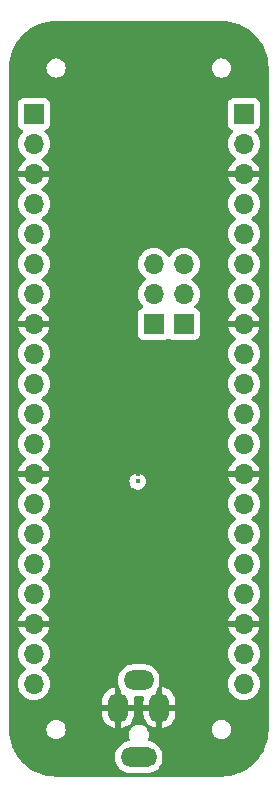
<source format=gbr>
%TF.GenerationSoftware,KiCad,Pcbnew,7.0.7-7.0.7~ubuntu22.04.1*%
%TF.CreationDate,2023-09-13T15:14:38+01:00*%
%TF.ProjectId,clvHd_master_pico,636c7648-645f-46d6-9173-7465725f7069,rev?*%
%TF.SameCoordinates,Original*%
%TF.FileFunction,Copper,L3,Inr*%
%TF.FilePolarity,Positive*%
%FSLAX46Y46*%
G04 Gerber Fmt 4.6, Leading zero omitted, Abs format (unit mm)*
G04 Created by KiCad (PCBNEW 7.0.7-7.0.7~ubuntu22.04.1) date 2023-09-13 15:14:38*
%MOMM*%
%LPD*%
G01*
G04 APERTURE LIST*
G04 Aperture macros list*
%AMRoundRect*
0 Rectangle with rounded corners*
0 $1 Rounding radius*
0 $2 $3 $4 $5 $6 $7 $8 $9 X,Y pos of 4 corners*
0 Add a 4 corners polygon primitive as box body*
4,1,4,$2,$3,$4,$5,$6,$7,$8,$9,$2,$3,0*
0 Add four circle primitives for the rounded corners*
1,1,$1+$1,$2,$3*
1,1,$1+$1,$4,$5*
1,1,$1+$1,$6,$7*
1,1,$1+$1,$8,$9*
0 Add four rect primitives between the rounded corners*
20,1,$1+$1,$2,$3,$4,$5,0*
20,1,$1+$1,$4,$5,$6,$7,0*
20,1,$1+$1,$6,$7,$8,$9,0*
20,1,$1+$1,$8,$9,$2,$3,0*%
G04 Aperture macros list end*
%TA.AperFunction,ComponentPad*%
%ADD10R,1.700000X1.700000*%
%TD*%
%TA.AperFunction,ComponentPad*%
%ADD11O,1.700000X1.700000*%
%TD*%
%TA.AperFunction,ComponentPad*%
%ADD12RoundRect,0.800000X-0.050000X-0.450000X0.050000X-0.450000X0.050000X0.450000X-0.050000X0.450000X0*%
%TD*%
%TA.AperFunction,ComponentPad*%
%ADD13RoundRect,0.800000X-0.450000X0.050000X-0.450000X-0.050000X0.450000X-0.050000X0.450000X0.050000X0*%
%TD*%
%TA.AperFunction,ComponentPad*%
%ADD14RoundRect,0.800000X-0.700000X0.050000X-0.700000X-0.050000X0.700000X-0.050000X0.700000X0.050000X0*%
%TD*%
%TA.AperFunction,ViaPad*%
%ADD15C,0.400000*%
%TD*%
G04 APERTURE END LIST*
D10*
%TO.N,3V3_BAT*%
%TO.C,J7*%
X103810000Y-79680000D03*
D11*
%TO.N,+3.3V*%
X103810000Y-77140000D03*
%TO.N,3V3_PICO*%
X103810000Y-74600000D03*
%TD*%
D10*
%TO.N,5V_BAT*%
%TO.C,J6*%
X101270000Y-79680000D03*
D11*
%TO.N,+5VA*%
X101270000Y-77140000D03*
%TO.N,3V3_PICO*%
X101270000Y-74600000D03*
%TD*%
D10*
%TO.N,unconnected-(J5-Pin_1-Pad1)*%
%TO.C,J5*%
X108890000Y-61870000D03*
D11*
%TO.N,unconnected-(J5-Pin_2-Pad2)*%
X108890000Y-64410000D03*
%TO.N,GND*%
X108890000Y-66950000D03*
%TO.N,unconnected-(J5-Pin_4-Pad4)*%
X108890000Y-69490000D03*
%TO.N,3V3_PICO*%
X108890000Y-72030000D03*
%TO.N,unconnected-(J5-Pin_6-Pad6)*%
X108890000Y-74570000D03*
%TO.N,unconnected-(J5-Pin_7-Pad7)*%
X108890000Y-77110000D03*
%TO.N,GND*%
X108890000Y-79650000D03*
%TO.N,unconnected-(J5-Pin_9-Pad9)*%
X108890000Y-82190000D03*
%TO.N,unconnected-(J5-Pin_10-Pad10)*%
X108890000Y-84730000D03*
%TO.N,unconnected-(J5-Pin_11-Pad11)*%
X108890000Y-87270000D03*
%TO.N,unconnected-(J5-Pin_12-Pad12)*%
X108890000Y-89810000D03*
%TO.N,GND*%
X108890000Y-92350000D03*
%TO.N,unconnected-(J5-Pin_14-Pad14)*%
X108890000Y-94890000D03*
%TO.N,unconnected-(J5-Pin_15-Pad15)*%
X108890000Y-97430000D03*
%TO.N,MOSI_DIN*%
X108890000Y-99970000D03*
%TO.N,SCLK*%
X108890000Y-102510000D03*
%TO.N,GND*%
X108890000Y-105050000D03*
%TO.N,RESETB*%
X108890000Y-107590000D03*
%TO.N,MISO_DOUT*%
X108890000Y-110130000D03*
%TD*%
D10*
%TO.N,unconnected-(J4-Pin_1-Pad1)*%
%TO.C,J4*%
X91110000Y-61870000D03*
D11*
%TO.N,unconnected-(J4-Pin_2-Pad2)*%
X91110000Y-64410000D03*
%TO.N,GND*%
X91110000Y-66950000D03*
%TO.N,AUX2*%
X91110000Y-69490000D03*
%TO.N,AUX1*%
X91110000Y-72030000D03*
%TO.N,I2C_SDA*%
X91110000Y-74570000D03*
%TO.N,I2C_SCL*%
X91110000Y-77110000D03*
%TO.N,GND*%
X91110000Y-79650000D03*
%TO.N,unconnected-(J4-Pin_9-Pad9)*%
X91110000Y-82190000D03*
%TO.N,unconnected-(J4-Pin_10-Pad10)*%
X91110000Y-84730000D03*
%TO.N,unconnected-(J4-Pin_11-Pad11)*%
X91110000Y-87270000D03*
%TO.N,unconnected-(J4-Pin_12-Pad12)*%
X91110000Y-89810000D03*
%TO.N,GND*%
X91110000Y-92350000D03*
%TO.N,ADD_OUT4*%
X91110000Y-94890000D03*
%TO.N,ADD_OUT3*%
X91110000Y-97430000D03*
%TO.N,ADD_OUT2*%
X91110000Y-99970000D03*
%TO.N,ADD_OUT1*%
X91110000Y-102510000D03*
%TO.N,GND*%
X91110000Y-105050000D03*
%TO.N,unconnected-(J4-Pin_19-Pad19)*%
X91110000Y-107590000D03*
%TO.N,LED_OUT*%
X91110000Y-110130000D03*
%TD*%
D12*
%TO.N,GND*%
%TO.C,J3*%
X101750000Y-112145000D03*
D13*
%TO.N,IN_ref*%
X100000000Y-109845000D03*
D12*
%TO.N,GND*%
X98250000Y-112145000D03*
D14*
%TO.N,IN_ref*%
X100000000Y-116345000D03*
%TD*%
D15*
%TO.N,GND*%
X97500000Y-89900000D03*
X99900000Y-92400000D03*
%TO.N,IN_ref*%
X99900000Y-93000000D03*
%TD*%
%TA.AperFunction,Conductor*%
%TO.N,GND*%
G36*
X107001424Y-54010566D02*
G01*
X107365243Y-54027387D01*
X107370935Y-54027913D01*
X107730237Y-54078034D01*
X107735856Y-54079084D01*
X108088995Y-54162142D01*
X108094487Y-54163705D01*
X108438478Y-54278998D01*
X108443776Y-54281051D01*
X108775664Y-54427594D01*
X108780764Y-54430133D01*
X108892904Y-54492595D01*
X109097691Y-54606661D01*
X109102562Y-54609677D01*
X109401849Y-54814692D01*
X109406408Y-54818135D01*
X109685502Y-55049891D01*
X109689736Y-55053751D01*
X109946248Y-55310263D01*
X109950106Y-55314495D01*
X110181862Y-55593587D01*
X110185307Y-55598150D01*
X110390322Y-55897437D01*
X110393338Y-55902308D01*
X110569860Y-56219224D01*
X110572409Y-56224344D01*
X110718943Y-56556212D01*
X110721008Y-56561540D01*
X110836292Y-56905505D01*
X110837860Y-56911016D01*
X110920913Y-57264135D01*
X110921966Y-57269767D01*
X110972084Y-57629051D01*
X110972612Y-57634756D01*
X110989434Y-57998574D01*
X110989500Y-58001438D01*
X110989500Y-113998560D01*
X110989434Y-114001424D01*
X110972612Y-114365243D01*
X110972084Y-114370948D01*
X110921966Y-114730232D01*
X110920913Y-114735864D01*
X110837860Y-115088983D01*
X110836292Y-115094494D01*
X110721008Y-115438459D01*
X110718940Y-115443795D01*
X110631307Y-115642266D01*
X110572414Y-115775646D01*
X110569860Y-115780775D01*
X110393338Y-116097691D01*
X110390322Y-116102562D01*
X110185307Y-116401849D01*
X110181854Y-116406422D01*
X109950108Y-116685502D01*
X109946248Y-116689736D01*
X109689736Y-116946248D01*
X109685502Y-116950108D01*
X109406422Y-117181854D01*
X109401849Y-117185307D01*
X109102562Y-117390322D01*
X109097691Y-117393338D01*
X108780775Y-117569860D01*
X108775647Y-117572413D01*
X108443795Y-117718940D01*
X108438459Y-117721008D01*
X108094494Y-117836292D01*
X108088983Y-117837860D01*
X107735864Y-117920913D01*
X107730232Y-117921966D01*
X107370948Y-117972084D01*
X107365243Y-117972612D01*
X107001424Y-117989434D01*
X106998560Y-117989500D01*
X93001440Y-117989500D01*
X92998576Y-117989434D01*
X92634756Y-117972612D01*
X92629051Y-117972084D01*
X92269767Y-117921966D01*
X92264135Y-117920913D01*
X91911016Y-117837860D01*
X91905505Y-117836292D01*
X91734827Y-117779087D01*
X91561533Y-117721005D01*
X91556212Y-117718943D01*
X91224344Y-117572409D01*
X91219224Y-117569860D01*
X90902308Y-117393338D01*
X90897437Y-117390322D01*
X90598150Y-117185307D01*
X90593587Y-117181862D01*
X90314495Y-116950106D01*
X90310263Y-116946248D01*
X90053751Y-116689736D01*
X90049891Y-116685502D01*
X89996904Y-116621692D01*
X89855815Y-116451784D01*
X97999500Y-116451784D01*
X98014364Y-116621687D01*
X98014366Y-116621697D01*
X98073258Y-116841488D01*
X98073261Y-116841497D01*
X98169431Y-117047732D01*
X98169432Y-117047734D01*
X98299954Y-117234141D01*
X98460858Y-117395045D01*
X98460861Y-117395047D01*
X98647266Y-117525568D01*
X98853504Y-117621739D01*
X99073308Y-117680635D01*
X99243216Y-117695500D01*
X100756784Y-117695500D01*
X100926692Y-117680635D01*
X101146496Y-117621739D01*
X101352734Y-117525568D01*
X101539139Y-117395047D01*
X101700047Y-117234139D01*
X101830568Y-117047734D01*
X101926739Y-116841496D01*
X101985635Y-116621692D01*
X102000500Y-116451784D01*
X102000500Y-116238216D01*
X101985635Y-116068308D01*
X101926739Y-115848504D01*
X101830568Y-115642266D01*
X101700047Y-115455861D01*
X101700045Y-115455858D01*
X101539141Y-115294954D01*
X101352734Y-115164432D01*
X101352732Y-115164431D01*
X101146497Y-115068261D01*
X101146488Y-115068258D01*
X100926697Y-115009366D01*
X100926687Y-115009364D01*
X100874130Y-115004766D01*
X100809062Y-114979313D01*
X100768084Y-114922721D01*
X100764207Y-114852959D01*
X100777549Y-114819244D01*
X100790436Y-114796925D01*
X100846332Y-114624894D01*
X100865240Y-114445000D01*
X100846332Y-114265106D01*
X100790436Y-114093075D01*
X100736700Y-114000002D01*
X106184371Y-114000002D01*
X106204819Y-114181489D01*
X106265143Y-114353887D01*
X106352080Y-114492245D01*
X106362316Y-114508536D01*
X106491464Y-114637684D01*
X106646112Y-114734856D01*
X106818505Y-114795179D01*
X106818508Y-114795179D01*
X106818510Y-114795180D01*
X106999997Y-114815629D01*
X107000000Y-114815629D01*
X107000003Y-114815629D01*
X107181489Y-114795180D01*
X107181490Y-114795179D01*
X107181495Y-114795179D01*
X107353888Y-114734856D01*
X107508536Y-114637684D01*
X107637684Y-114508536D01*
X107734856Y-114353888D01*
X107795179Y-114181495D01*
X107795835Y-114175680D01*
X107815629Y-114000002D01*
X107815629Y-113999997D01*
X107795180Y-113818510D01*
X107795179Y-113818508D01*
X107795179Y-113818505D01*
X107734856Y-113646112D01*
X107637684Y-113491464D01*
X107508536Y-113362316D01*
X107353887Y-113265143D01*
X107181489Y-113204819D01*
X107000003Y-113184371D01*
X106999997Y-113184371D01*
X106818510Y-113204819D01*
X106646112Y-113265143D01*
X106491463Y-113362316D01*
X106362316Y-113491463D01*
X106265143Y-113646112D01*
X106204819Y-113818510D01*
X106184371Y-113999997D01*
X106184371Y-114000002D01*
X100736700Y-114000002D01*
X100699994Y-113936425D01*
X100699990Y-113936419D01*
X100578959Y-113802001D01*
X100578957Y-113801999D01*
X100432621Y-113695680D01*
X100432620Y-113695679D01*
X100308901Y-113640597D01*
X100267374Y-113622108D01*
X100267372Y-113622107D01*
X100138200Y-113594651D01*
X100090442Y-113584500D01*
X99909558Y-113584500D01*
X99861799Y-113594651D01*
X99732628Y-113622107D01*
X99567379Y-113695679D01*
X99567378Y-113695680D01*
X99421042Y-113801999D01*
X99421040Y-113802001D01*
X99300009Y-113936419D01*
X99300004Y-113936426D01*
X99209564Y-114093074D01*
X99209561Y-114093080D01*
X99153669Y-114265101D01*
X99153668Y-114265103D01*
X99134760Y-114445000D01*
X99153668Y-114624896D01*
X99153669Y-114624898D01*
X99209561Y-114796919D01*
X99209562Y-114796920D01*
X99209564Y-114796925D01*
X99222447Y-114819240D01*
X99238920Y-114887137D01*
X99216068Y-114953164D01*
X99161147Y-114996355D01*
X99125869Y-115004766D01*
X99073312Y-115009364D01*
X99073302Y-115009366D01*
X98853511Y-115068258D01*
X98853502Y-115068261D01*
X98647267Y-115164431D01*
X98647265Y-115164432D01*
X98460858Y-115294954D01*
X98299954Y-115455858D01*
X98169432Y-115642265D01*
X98169431Y-115642267D01*
X98073261Y-115848502D01*
X98073258Y-115848511D01*
X98014366Y-116068302D01*
X98014364Y-116068312D01*
X97999500Y-116238216D01*
X97999500Y-116451784D01*
X89855815Y-116451784D01*
X89818135Y-116406408D01*
X89814692Y-116401849D01*
X89609677Y-116102562D01*
X89606661Y-116097691D01*
X89467863Y-115848502D01*
X89430133Y-115780764D01*
X89427594Y-115775664D01*
X89281051Y-115443776D01*
X89278998Y-115438478D01*
X89163705Y-115094487D01*
X89162142Y-115088995D01*
X89079084Y-114735856D01*
X89078033Y-114730232D01*
X89063340Y-114624898D01*
X89027913Y-114370935D01*
X89027387Y-114365243D01*
X89010566Y-114001424D01*
X89010533Y-114000002D01*
X92184371Y-114000002D01*
X92204819Y-114181489D01*
X92265143Y-114353887D01*
X92352080Y-114492245D01*
X92362316Y-114508536D01*
X92491464Y-114637684D01*
X92646112Y-114734856D01*
X92818505Y-114795179D01*
X92818508Y-114795179D01*
X92818510Y-114795180D01*
X92999997Y-114815629D01*
X93000000Y-114815629D01*
X93000003Y-114815629D01*
X93181489Y-114795180D01*
X93181490Y-114795179D01*
X93181495Y-114795179D01*
X93353888Y-114734856D01*
X93508536Y-114637684D01*
X93637684Y-114508536D01*
X93734856Y-114353888D01*
X93795179Y-114181495D01*
X93795835Y-114175680D01*
X93815629Y-114000002D01*
X93815629Y-113999997D01*
X93795180Y-113818510D01*
X93795179Y-113818508D01*
X93795179Y-113818505D01*
X93734856Y-113646112D01*
X93637684Y-113491464D01*
X93508536Y-113362316D01*
X93353887Y-113265143D01*
X93181489Y-113204819D01*
X93000003Y-113184371D01*
X92999997Y-113184371D01*
X92818510Y-113204819D01*
X92646112Y-113265143D01*
X92491463Y-113362316D01*
X92362316Y-113491463D01*
X92265143Y-113646112D01*
X92204819Y-113818510D01*
X92184371Y-113999997D01*
X92184371Y-114000002D01*
X89010533Y-114000002D01*
X89010500Y-113998560D01*
X89010500Y-111895000D01*
X96900000Y-111895000D01*
X97726000Y-111895000D01*
X97793039Y-111914685D01*
X97838794Y-111967489D01*
X97850000Y-112019000D01*
X97850000Y-112271000D01*
X97830315Y-112338039D01*
X97777511Y-112383794D01*
X97726000Y-112395000D01*
X96900001Y-112395000D01*
X96900001Y-112651762D01*
X96914859Y-112821604D01*
X96914859Y-112821607D01*
X96973730Y-113041317D01*
X96973734Y-113041326D01*
X97069865Y-113247482D01*
X97200342Y-113433820D01*
X97361179Y-113594657D01*
X97547517Y-113725134D01*
X97753673Y-113821265D01*
X97753682Y-113821269D01*
X97973396Y-113880141D01*
X97999999Y-113882467D01*
X98000000Y-113882467D01*
X98000000Y-113105575D01*
X98019685Y-113038536D01*
X98072489Y-112992781D01*
X98141647Y-112982837D01*
X98143351Y-112983095D01*
X98197327Y-112991643D01*
X98249998Y-112999986D01*
X98250000Y-112999986D01*
X98250002Y-112999986D01*
X98302672Y-112991643D01*
X98356603Y-112983102D01*
X98425895Y-112992056D01*
X98479347Y-113037053D01*
X98499987Y-113103804D01*
X98500000Y-113105575D01*
X98500000Y-113882467D01*
X98526603Y-113880141D01*
X98746317Y-113821269D01*
X98746326Y-113821265D01*
X98952482Y-113725134D01*
X99138820Y-113594657D01*
X99299657Y-113433820D01*
X99430134Y-113247482D01*
X99526265Y-113041326D01*
X99526269Y-113041317D01*
X99585139Y-112821610D01*
X99585141Y-112821599D01*
X99600000Y-112651763D01*
X99600000Y-112395000D01*
X98774000Y-112395000D01*
X98706961Y-112375315D01*
X98661206Y-112322511D01*
X98650000Y-112271000D01*
X98650000Y-112019000D01*
X98669685Y-111951961D01*
X98722489Y-111906206D01*
X98774000Y-111895000D01*
X99599999Y-111895000D01*
X99599999Y-111638238D01*
X99585140Y-111468395D01*
X99585140Y-111468392D01*
X99553844Y-111351593D01*
X99555507Y-111281744D01*
X99594669Y-111223881D01*
X99658898Y-111196377D01*
X99673619Y-111195500D01*
X100326381Y-111195500D01*
X100393420Y-111215185D01*
X100439175Y-111267989D01*
X100449119Y-111337147D01*
X100446156Y-111351593D01*
X100414860Y-111468390D01*
X100414858Y-111468400D01*
X100400000Y-111638237D01*
X100400000Y-111895000D01*
X101226000Y-111895000D01*
X101293039Y-111914685D01*
X101338794Y-111967489D01*
X101350000Y-112019000D01*
X101350000Y-112271000D01*
X101330315Y-112338039D01*
X101277511Y-112383794D01*
X101226000Y-112395000D01*
X100400001Y-112395000D01*
X100400001Y-112651762D01*
X100414859Y-112821604D01*
X100414859Y-112821607D01*
X100473730Y-113041317D01*
X100473734Y-113041326D01*
X100569865Y-113247482D01*
X100700342Y-113433820D01*
X100861179Y-113594657D01*
X101047517Y-113725134D01*
X101253673Y-113821265D01*
X101253682Y-113821269D01*
X101473396Y-113880141D01*
X101499999Y-113882467D01*
X101500000Y-113882467D01*
X101500000Y-113105575D01*
X101519685Y-113038536D01*
X101572489Y-112992781D01*
X101641647Y-112982837D01*
X101643351Y-112983095D01*
X101697327Y-112991643D01*
X101749998Y-112999986D01*
X101750000Y-112999986D01*
X101750002Y-112999986D01*
X101802672Y-112991643D01*
X101856603Y-112983102D01*
X101925895Y-112992056D01*
X101979347Y-113037053D01*
X101999987Y-113103804D01*
X102000000Y-113105575D01*
X102000000Y-113882467D01*
X102026603Y-113880141D01*
X102246317Y-113821269D01*
X102246326Y-113821265D01*
X102452482Y-113725134D01*
X102638820Y-113594657D01*
X102799657Y-113433820D01*
X102930134Y-113247482D01*
X103026265Y-113041326D01*
X103026269Y-113041317D01*
X103085139Y-112821610D01*
X103085141Y-112821599D01*
X103100000Y-112651763D01*
X103100000Y-112395000D01*
X102274000Y-112395000D01*
X102206961Y-112375315D01*
X102161206Y-112322511D01*
X102150000Y-112271000D01*
X102150000Y-112019000D01*
X102169685Y-111951961D01*
X102222489Y-111906206D01*
X102274000Y-111895000D01*
X103099999Y-111895000D01*
X103099999Y-111638238D01*
X103085140Y-111468395D01*
X103085140Y-111468392D01*
X103026269Y-111248682D01*
X103026265Y-111248673D01*
X102930134Y-111042517D01*
X102799657Y-110856179D01*
X102638820Y-110695342D01*
X102452482Y-110564865D01*
X102246326Y-110468734D01*
X102246320Y-110468731D01*
X102026608Y-110409859D01*
X102026601Y-110409858D01*
X102000000Y-110407531D01*
X102000000Y-111184424D01*
X101980315Y-111251463D01*
X101927511Y-111297218D01*
X101858353Y-111307162D01*
X101856603Y-111306897D01*
X101750003Y-111290014D01*
X101750001Y-111290014D01*
X101750000Y-111290014D01*
X101643396Y-111306898D01*
X101574103Y-111297942D01*
X101520651Y-111252945D01*
X101500012Y-111186194D01*
X101499999Y-111184424D01*
X101499999Y-110701895D01*
X101519684Y-110634856D01*
X101522392Y-110630818D01*
X101580568Y-110547734D01*
X101676739Y-110341496D01*
X101733409Y-110130000D01*
X107534341Y-110130000D01*
X107554936Y-110365403D01*
X107554938Y-110365413D01*
X107616094Y-110593655D01*
X107616096Y-110593659D01*
X107616097Y-110593663D01*
X107666566Y-110701894D01*
X107715965Y-110807830D01*
X107715967Y-110807834D01*
X107749819Y-110856179D01*
X107851505Y-111001401D01*
X108018599Y-111168495D01*
X108058419Y-111196377D01*
X108212165Y-111304032D01*
X108212167Y-111304033D01*
X108212170Y-111304035D01*
X108426337Y-111403903D01*
X108654592Y-111465063D01*
X108842918Y-111481539D01*
X108889999Y-111485659D01*
X108890000Y-111485659D01*
X108890001Y-111485659D01*
X108929234Y-111482226D01*
X109125408Y-111465063D01*
X109353663Y-111403903D01*
X109567830Y-111304035D01*
X109761401Y-111168495D01*
X109928495Y-111001401D01*
X110064035Y-110807830D01*
X110163903Y-110593663D01*
X110225063Y-110365408D01*
X110245659Y-110130000D01*
X110225063Y-109894592D01*
X110163903Y-109666337D01*
X110064035Y-109452171D01*
X109991446Y-109348502D01*
X109928494Y-109258597D01*
X109761402Y-109091506D01*
X109761396Y-109091501D01*
X109575842Y-108961575D01*
X109532217Y-108906998D01*
X109525023Y-108837500D01*
X109556546Y-108775145D01*
X109575842Y-108758425D01*
X109598026Y-108742891D01*
X109761401Y-108628495D01*
X109928495Y-108461401D01*
X110064035Y-108267830D01*
X110163903Y-108053663D01*
X110225063Y-107825408D01*
X110245659Y-107590000D01*
X110225063Y-107354592D01*
X110163903Y-107126337D01*
X110064035Y-106912171D01*
X109928495Y-106718599D01*
X109928494Y-106718597D01*
X109761402Y-106551506D01*
X109761401Y-106551505D01*
X109575405Y-106421269D01*
X109531781Y-106366692D01*
X109524588Y-106297193D01*
X109556110Y-106234839D01*
X109575405Y-106218119D01*
X109761082Y-106088105D01*
X109928105Y-105921082D01*
X110063600Y-105727578D01*
X110163429Y-105513492D01*
X110163432Y-105513486D01*
X110220636Y-105300000D01*
X109503347Y-105300000D01*
X109436308Y-105280315D01*
X109390553Y-105227511D01*
X109380609Y-105158353D01*
X109384369Y-105141067D01*
X109390000Y-105121888D01*
X109390000Y-104978111D01*
X109384369Y-104958933D01*
X109384370Y-104889064D01*
X109422145Y-104830286D01*
X109485701Y-104801262D01*
X109503347Y-104800000D01*
X110220636Y-104800000D01*
X110220635Y-104799999D01*
X110163432Y-104586513D01*
X110163429Y-104586507D01*
X110063600Y-104372422D01*
X110063599Y-104372420D01*
X109928113Y-104178926D01*
X109928108Y-104178920D01*
X109761078Y-104011890D01*
X109575405Y-103881879D01*
X109531780Y-103827302D01*
X109524588Y-103757804D01*
X109556110Y-103695449D01*
X109575406Y-103678730D01*
X109761401Y-103548495D01*
X109928495Y-103381401D01*
X110064035Y-103187830D01*
X110163903Y-102973663D01*
X110225063Y-102745408D01*
X110245659Y-102510000D01*
X110225063Y-102274592D01*
X110163903Y-102046337D01*
X110064035Y-101832171D01*
X109928495Y-101638599D01*
X109928494Y-101638597D01*
X109761402Y-101471506D01*
X109761396Y-101471501D01*
X109575842Y-101341575D01*
X109532217Y-101286998D01*
X109525023Y-101217500D01*
X109556546Y-101155145D01*
X109575842Y-101138425D01*
X109598026Y-101122891D01*
X109761401Y-101008495D01*
X109928495Y-100841401D01*
X110064035Y-100647830D01*
X110163903Y-100433663D01*
X110225063Y-100205408D01*
X110245659Y-99970000D01*
X110225063Y-99734592D01*
X110163903Y-99506337D01*
X110064035Y-99292171D01*
X109928495Y-99098599D01*
X109928494Y-99098597D01*
X109761402Y-98931506D01*
X109761396Y-98931501D01*
X109575842Y-98801575D01*
X109532217Y-98746998D01*
X109525023Y-98677500D01*
X109556546Y-98615145D01*
X109575842Y-98598425D01*
X109598026Y-98582891D01*
X109761401Y-98468495D01*
X109928495Y-98301401D01*
X110064035Y-98107830D01*
X110163903Y-97893663D01*
X110225063Y-97665408D01*
X110245659Y-97430000D01*
X110225063Y-97194592D01*
X110163903Y-96966337D01*
X110064035Y-96752171D01*
X109928495Y-96558599D01*
X109928494Y-96558597D01*
X109761402Y-96391506D01*
X109761396Y-96391501D01*
X109575842Y-96261575D01*
X109532217Y-96206998D01*
X109525023Y-96137500D01*
X109556546Y-96075145D01*
X109575842Y-96058425D01*
X109598026Y-96042891D01*
X109761401Y-95928495D01*
X109928495Y-95761401D01*
X110064035Y-95567830D01*
X110163903Y-95353663D01*
X110225063Y-95125408D01*
X110245659Y-94890000D01*
X110225063Y-94654592D01*
X110163903Y-94426337D01*
X110064035Y-94212171D01*
X109928495Y-94018599D01*
X109928494Y-94018597D01*
X109761402Y-93851506D01*
X109761401Y-93851505D01*
X109575405Y-93721269D01*
X109531781Y-93666692D01*
X109524588Y-93597193D01*
X109556110Y-93534839D01*
X109575405Y-93518119D01*
X109761082Y-93388105D01*
X109928105Y-93221082D01*
X110063600Y-93027578D01*
X110163429Y-92813492D01*
X110163432Y-92813486D01*
X110220636Y-92600000D01*
X109503347Y-92600000D01*
X109436308Y-92580315D01*
X109390553Y-92527511D01*
X109380609Y-92458353D01*
X109384369Y-92441067D01*
X109390000Y-92421888D01*
X109390000Y-92278111D01*
X109384369Y-92258933D01*
X109384370Y-92189064D01*
X109422145Y-92130286D01*
X109485701Y-92101262D01*
X109503347Y-92100000D01*
X110220636Y-92100000D01*
X110220635Y-92099999D01*
X110163432Y-91886513D01*
X110163429Y-91886507D01*
X110063600Y-91672422D01*
X110063599Y-91672420D01*
X109928113Y-91478926D01*
X109928108Y-91478920D01*
X109761078Y-91311890D01*
X109575405Y-91181879D01*
X109531780Y-91127302D01*
X109524588Y-91057804D01*
X109556110Y-90995449D01*
X109575406Y-90978730D01*
X109761401Y-90848495D01*
X109928495Y-90681401D01*
X110064035Y-90487830D01*
X110163903Y-90273663D01*
X110225063Y-90045408D01*
X110245659Y-89810000D01*
X110225063Y-89574592D01*
X110163903Y-89346337D01*
X110064035Y-89132171D01*
X109928495Y-88938599D01*
X109928494Y-88938597D01*
X109761402Y-88771506D01*
X109761396Y-88771501D01*
X109575842Y-88641575D01*
X109532217Y-88586998D01*
X109525023Y-88517500D01*
X109556546Y-88455145D01*
X109575842Y-88438425D01*
X109598026Y-88422891D01*
X109761401Y-88308495D01*
X109928495Y-88141401D01*
X110064035Y-87947830D01*
X110163903Y-87733663D01*
X110225063Y-87505408D01*
X110245659Y-87270000D01*
X110225063Y-87034592D01*
X110163903Y-86806337D01*
X110064035Y-86592171D01*
X109928495Y-86398599D01*
X109928494Y-86398597D01*
X109761402Y-86231506D01*
X109761396Y-86231501D01*
X109575842Y-86101575D01*
X109532217Y-86046998D01*
X109525023Y-85977500D01*
X109556546Y-85915145D01*
X109575842Y-85898425D01*
X109598026Y-85882891D01*
X109761401Y-85768495D01*
X109928495Y-85601401D01*
X110064035Y-85407830D01*
X110163903Y-85193663D01*
X110225063Y-84965408D01*
X110245659Y-84730000D01*
X110225063Y-84494592D01*
X110163903Y-84266337D01*
X110064035Y-84052171D01*
X109928495Y-83858599D01*
X109928494Y-83858597D01*
X109761402Y-83691506D01*
X109761396Y-83691501D01*
X109575842Y-83561575D01*
X109532217Y-83506998D01*
X109525023Y-83437500D01*
X109556546Y-83375145D01*
X109575842Y-83358425D01*
X109598026Y-83342891D01*
X109761401Y-83228495D01*
X109928495Y-83061401D01*
X110064035Y-82867830D01*
X110163903Y-82653663D01*
X110225063Y-82425408D01*
X110245659Y-82190000D01*
X110225063Y-81954592D01*
X110163903Y-81726337D01*
X110064035Y-81512171D01*
X109928495Y-81318599D01*
X109928494Y-81318597D01*
X109761402Y-81151506D01*
X109761401Y-81151505D01*
X109575405Y-81021269D01*
X109531781Y-80966692D01*
X109524588Y-80897193D01*
X109556110Y-80834839D01*
X109575405Y-80818119D01*
X109761082Y-80688105D01*
X109928105Y-80521082D01*
X110063600Y-80327578D01*
X110163429Y-80113492D01*
X110163432Y-80113486D01*
X110220636Y-79900000D01*
X109503347Y-79900000D01*
X109436308Y-79880315D01*
X109390553Y-79827511D01*
X109380609Y-79758353D01*
X109384369Y-79741067D01*
X109390000Y-79721888D01*
X109390000Y-79578111D01*
X109384369Y-79558933D01*
X109384370Y-79489064D01*
X109422145Y-79430286D01*
X109485701Y-79401262D01*
X109503347Y-79400000D01*
X110220636Y-79400000D01*
X110220635Y-79399999D01*
X110163432Y-79186513D01*
X110163429Y-79186507D01*
X110063600Y-78972422D01*
X110063599Y-78972420D01*
X109928113Y-78778926D01*
X109928108Y-78778920D01*
X109761078Y-78611890D01*
X109575405Y-78481879D01*
X109531780Y-78427302D01*
X109524588Y-78357804D01*
X109556110Y-78295449D01*
X109575406Y-78278730D01*
X109595956Y-78264341D01*
X109761401Y-78148495D01*
X109928495Y-77981401D01*
X110064035Y-77787830D01*
X110163903Y-77573663D01*
X110225063Y-77345408D01*
X110245659Y-77110000D01*
X110225063Y-76874592D01*
X110163903Y-76646337D01*
X110064035Y-76432171D01*
X109949502Y-76268599D01*
X109928494Y-76238597D01*
X109761402Y-76071506D01*
X109761396Y-76071501D01*
X109575842Y-75941575D01*
X109532217Y-75886998D01*
X109525023Y-75817500D01*
X109556546Y-75755145D01*
X109575842Y-75738425D01*
X109718552Y-75638498D01*
X109761401Y-75608495D01*
X109928495Y-75441401D01*
X110064035Y-75247830D01*
X110163903Y-75033663D01*
X110225063Y-74805408D01*
X110245659Y-74570000D01*
X110225063Y-74334592D01*
X110163903Y-74106337D01*
X110064035Y-73892171D01*
X109949502Y-73728599D01*
X109928494Y-73698597D01*
X109761402Y-73531506D01*
X109761396Y-73531501D01*
X109575842Y-73401575D01*
X109532217Y-73346998D01*
X109525023Y-73277500D01*
X109556546Y-73215145D01*
X109575842Y-73198425D01*
X109598026Y-73182891D01*
X109761401Y-73068495D01*
X109928495Y-72901401D01*
X110064035Y-72707830D01*
X110163903Y-72493663D01*
X110225063Y-72265408D01*
X110245659Y-72030000D01*
X110225063Y-71794592D01*
X110163903Y-71566337D01*
X110064035Y-71352171D01*
X109928495Y-71158599D01*
X109928494Y-71158597D01*
X109761402Y-70991506D01*
X109761396Y-70991501D01*
X109575842Y-70861575D01*
X109532217Y-70806998D01*
X109525023Y-70737500D01*
X109556546Y-70675145D01*
X109575842Y-70658425D01*
X109598026Y-70642891D01*
X109761401Y-70528495D01*
X109928495Y-70361401D01*
X110064035Y-70167830D01*
X110163903Y-69953663D01*
X110225063Y-69725408D01*
X110245659Y-69490000D01*
X110225063Y-69254592D01*
X110163903Y-69026337D01*
X110064035Y-68812171D01*
X109928495Y-68618599D01*
X109928494Y-68618597D01*
X109761402Y-68451506D01*
X109761401Y-68451505D01*
X109575405Y-68321269D01*
X109531781Y-68266692D01*
X109524588Y-68197193D01*
X109556110Y-68134839D01*
X109575405Y-68118119D01*
X109761082Y-67988105D01*
X109928105Y-67821082D01*
X110063600Y-67627578D01*
X110163429Y-67413492D01*
X110163432Y-67413486D01*
X110220636Y-67200000D01*
X109503347Y-67200000D01*
X109436308Y-67180315D01*
X109390553Y-67127511D01*
X109380609Y-67058353D01*
X109384369Y-67041067D01*
X109390000Y-67021888D01*
X109390000Y-66878111D01*
X109384369Y-66858933D01*
X109384370Y-66789064D01*
X109422145Y-66730286D01*
X109485701Y-66701262D01*
X109503347Y-66700000D01*
X110220636Y-66700000D01*
X110220635Y-66699999D01*
X110163432Y-66486513D01*
X110163429Y-66486507D01*
X110063600Y-66272422D01*
X110063599Y-66272420D01*
X109928113Y-66078926D01*
X109928108Y-66078920D01*
X109761078Y-65911890D01*
X109575405Y-65781879D01*
X109531780Y-65727302D01*
X109524588Y-65657804D01*
X109556110Y-65595449D01*
X109575406Y-65578730D01*
X109761401Y-65448495D01*
X109928495Y-65281401D01*
X110064035Y-65087830D01*
X110163903Y-64873663D01*
X110225063Y-64645408D01*
X110245659Y-64410000D01*
X110225063Y-64174592D01*
X110163903Y-63946337D01*
X110064035Y-63732171D01*
X109928495Y-63538599D01*
X109806567Y-63416671D01*
X109773084Y-63355351D01*
X109778068Y-63285659D01*
X109819939Y-63229725D01*
X109850915Y-63212810D01*
X109982331Y-63163796D01*
X110097546Y-63077546D01*
X110183796Y-62962331D01*
X110234091Y-62827483D01*
X110240500Y-62767873D01*
X110240499Y-60972128D01*
X110234091Y-60912517D01*
X110183796Y-60777669D01*
X110183795Y-60777668D01*
X110183793Y-60777664D01*
X110097547Y-60662455D01*
X110097544Y-60662452D01*
X109982335Y-60576206D01*
X109982328Y-60576202D01*
X109847482Y-60525908D01*
X109847483Y-60525908D01*
X109787883Y-60519501D01*
X109787881Y-60519500D01*
X109787873Y-60519500D01*
X109787864Y-60519500D01*
X107992129Y-60519500D01*
X107992123Y-60519501D01*
X107932516Y-60525908D01*
X107797671Y-60576202D01*
X107797664Y-60576206D01*
X107682455Y-60662452D01*
X107682452Y-60662455D01*
X107596206Y-60777664D01*
X107596202Y-60777671D01*
X107545908Y-60912517D01*
X107539501Y-60972116D01*
X107539501Y-60972123D01*
X107539500Y-60972135D01*
X107539500Y-62767870D01*
X107539501Y-62767876D01*
X107545908Y-62827483D01*
X107596202Y-62962328D01*
X107596206Y-62962335D01*
X107682452Y-63077544D01*
X107682455Y-63077547D01*
X107797664Y-63163793D01*
X107797671Y-63163797D01*
X107929081Y-63212810D01*
X107985015Y-63254681D01*
X108009432Y-63320145D01*
X107994580Y-63388418D01*
X107973430Y-63416673D01*
X107851503Y-63538600D01*
X107715965Y-63732169D01*
X107715964Y-63732171D01*
X107616098Y-63946335D01*
X107616094Y-63946344D01*
X107554938Y-64174586D01*
X107554936Y-64174596D01*
X107534341Y-64409999D01*
X107534341Y-64410000D01*
X107554936Y-64645403D01*
X107554938Y-64645413D01*
X107616094Y-64873655D01*
X107616096Y-64873659D01*
X107616097Y-64873663D01*
X107715964Y-65087829D01*
X107715965Y-65087830D01*
X107715967Y-65087834D01*
X107851501Y-65281395D01*
X107851506Y-65281402D01*
X108018597Y-65448493D01*
X108018603Y-65448498D01*
X108204594Y-65578730D01*
X108248219Y-65633307D01*
X108255413Y-65702805D01*
X108223890Y-65765160D01*
X108204595Y-65781880D01*
X108018922Y-65911890D01*
X108018920Y-65911891D01*
X107851891Y-66078920D01*
X107851886Y-66078926D01*
X107716400Y-66272420D01*
X107716399Y-66272422D01*
X107616570Y-66486507D01*
X107616567Y-66486513D01*
X107559364Y-66699999D01*
X107559364Y-66700000D01*
X108276653Y-66700000D01*
X108343692Y-66719685D01*
X108389447Y-66772489D01*
X108399391Y-66841647D01*
X108395631Y-66858933D01*
X108390000Y-66878111D01*
X108390000Y-67021888D01*
X108395631Y-67041067D01*
X108395630Y-67110936D01*
X108357855Y-67169714D01*
X108294299Y-67198738D01*
X108276653Y-67200000D01*
X107559364Y-67200000D01*
X107616567Y-67413486D01*
X107616570Y-67413492D01*
X107716399Y-67627578D01*
X107851894Y-67821082D01*
X108018917Y-67988105D01*
X108204595Y-68118119D01*
X108248219Y-68172696D01*
X108255412Y-68242195D01*
X108223890Y-68304549D01*
X108204595Y-68321269D01*
X108018594Y-68451508D01*
X107851505Y-68618597D01*
X107715965Y-68812169D01*
X107715964Y-68812171D01*
X107616098Y-69026335D01*
X107616094Y-69026344D01*
X107554938Y-69254586D01*
X107554936Y-69254596D01*
X107534341Y-69489999D01*
X107534341Y-69490000D01*
X107554936Y-69725403D01*
X107554938Y-69725413D01*
X107616094Y-69953655D01*
X107616096Y-69953659D01*
X107616097Y-69953663D01*
X107715964Y-70167830D01*
X107715965Y-70167830D01*
X107715967Y-70167834D01*
X107851501Y-70361395D01*
X107851506Y-70361402D01*
X108018597Y-70528493D01*
X108018603Y-70528498D01*
X108204158Y-70658425D01*
X108247783Y-70713002D01*
X108254977Y-70782500D01*
X108223454Y-70844855D01*
X108204158Y-70861575D01*
X108018597Y-70991505D01*
X107851505Y-71158597D01*
X107715965Y-71352169D01*
X107715964Y-71352171D01*
X107616098Y-71566335D01*
X107616094Y-71566344D01*
X107554938Y-71794586D01*
X107554936Y-71794596D01*
X107534341Y-72029999D01*
X107534341Y-72030000D01*
X107554936Y-72265403D01*
X107554938Y-72265413D01*
X107616094Y-72493655D01*
X107616096Y-72493659D01*
X107616097Y-72493663D01*
X107715964Y-72707829D01*
X107715965Y-72707830D01*
X107715967Y-72707834D01*
X107851501Y-72901395D01*
X107851506Y-72901402D01*
X108018597Y-73068493D01*
X108018603Y-73068498D01*
X108204158Y-73198425D01*
X108247783Y-73253002D01*
X108254977Y-73322500D01*
X108223454Y-73384855D01*
X108204158Y-73401575D01*
X108018597Y-73531505D01*
X107851505Y-73698597D01*
X107715965Y-73892169D01*
X107715964Y-73892171D01*
X107616098Y-74106335D01*
X107616094Y-74106344D01*
X107554938Y-74334586D01*
X107554936Y-74334596D01*
X107534341Y-74569999D01*
X107534341Y-74570000D01*
X107554936Y-74805403D01*
X107554938Y-74805413D01*
X107616094Y-75033655D01*
X107616096Y-75033659D01*
X107616097Y-75033663D01*
X107630087Y-75063664D01*
X107715965Y-75247830D01*
X107715967Y-75247834D01*
X107851501Y-75441395D01*
X107851506Y-75441402D01*
X108018597Y-75608493D01*
X108018603Y-75608498D01*
X108204158Y-75738425D01*
X108247783Y-75793002D01*
X108254977Y-75862500D01*
X108223454Y-75924855D01*
X108204158Y-75941575D01*
X108018597Y-76071505D01*
X107851505Y-76238597D01*
X107715965Y-76432169D01*
X107715964Y-76432171D01*
X107616098Y-76646335D01*
X107616094Y-76646344D01*
X107554938Y-76874586D01*
X107554936Y-76874596D01*
X107534341Y-77109999D01*
X107534341Y-77110000D01*
X107554936Y-77345403D01*
X107554938Y-77345413D01*
X107616094Y-77573655D01*
X107616096Y-77573659D01*
X107616097Y-77573663D01*
X107630087Y-77603664D01*
X107715965Y-77787830D01*
X107715967Y-77787834D01*
X107851501Y-77981395D01*
X107851506Y-77981402D01*
X108018597Y-78148493D01*
X108018603Y-78148498D01*
X108204594Y-78278730D01*
X108248219Y-78333307D01*
X108255413Y-78402805D01*
X108223890Y-78465160D01*
X108204595Y-78481880D01*
X108018922Y-78611890D01*
X108018920Y-78611891D01*
X107851891Y-78778920D01*
X107851886Y-78778926D01*
X107716400Y-78972420D01*
X107716399Y-78972422D01*
X107616570Y-79186507D01*
X107616567Y-79186513D01*
X107559364Y-79399999D01*
X107559364Y-79400000D01*
X108276653Y-79400000D01*
X108343692Y-79419685D01*
X108389447Y-79472489D01*
X108399391Y-79541647D01*
X108395631Y-79558933D01*
X108390000Y-79578111D01*
X108390000Y-79721888D01*
X108395631Y-79741067D01*
X108395630Y-79810936D01*
X108357855Y-79869714D01*
X108294299Y-79898738D01*
X108276653Y-79900000D01*
X107559364Y-79900000D01*
X107616567Y-80113486D01*
X107616570Y-80113492D01*
X107716399Y-80327578D01*
X107851894Y-80521082D01*
X108018917Y-80688105D01*
X108204595Y-80818119D01*
X108248219Y-80872696D01*
X108255412Y-80942195D01*
X108223890Y-81004549D01*
X108204595Y-81021269D01*
X108018594Y-81151508D01*
X107851505Y-81318597D01*
X107715965Y-81512169D01*
X107715964Y-81512171D01*
X107616098Y-81726335D01*
X107616094Y-81726344D01*
X107554938Y-81954586D01*
X107554936Y-81954596D01*
X107534341Y-82189999D01*
X107534341Y-82190000D01*
X107554936Y-82425403D01*
X107554938Y-82425413D01*
X107616094Y-82653655D01*
X107616096Y-82653659D01*
X107616097Y-82653663D01*
X107715964Y-82867829D01*
X107715965Y-82867830D01*
X107715967Y-82867834D01*
X107851501Y-83061395D01*
X107851506Y-83061402D01*
X108018597Y-83228493D01*
X108018603Y-83228498D01*
X108204158Y-83358425D01*
X108247783Y-83413002D01*
X108254977Y-83482500D01*
X108223454Y-83544855D01*
X108204158Y-83561575D01*
X108018597Y-83691505D01*
X107851505Y-83858597D01*
X107715965Y-84052169D01*
X107715964Y-84052171D01*
X107616098Y-84266335D01*
X107616094Y-84266344D01*
X107554938Y-84494586D01*
X107554936Y-84494596D01*
X107534341Y-84729999D01*
X107534341Y-84730000D01*
X107554936Y-84965403D01*
X107554938Y-84965413D01*
X107616094Y-85193655D01*
X107616096Y-85193659D01*
X107616097Y-85193663D01*
X107715964Y-85407830D01*
X107715965Y-85407830D01*
X107715967Y-85407834D01*
X107851501Y-85601395D01*
X107851506Y-85601402D01*
X108018597Y-85768493D01*
X108018603Y-85768498D01*
X108204158Y-85898425D01*
X108247783Y-85953002D01*
X108254977Y-86022500D01*
X108223454Y-86084855D01*
X108204158Y-86101575D01*
X108018597Y-86231505D01*
X107851505Y-86398597D01*
X107715965Y-86592169D01*
X107715964Y-86592171D01*
X107616098Y-86806335D01*
X107616094Y-86806344D01*
X107554938Y-87034586D01*
X107554936Y-87034596D01*
X107534341Y-87269999D01*
X107534341Y-87270000D01*
X107554936Y-87505403D01*
X107554938Y-87505413D01*
X107616094Y-87733655D01*
X107616096Y-87733659D01*
X107616097Y-87733663D01*
X107715964Y-87947830D01*
X107715965Y-87947830D01*
X107715967Y-87947834D01*
X107851501Y-88141395D01*
X107851506Y-88141402D01*
X108018597Y-88308493D01*
X108018603Y-88308498D01*
X108204158Y-88438425D01*
X108247783Y-88493002D01*
X108254977Y-88562500D01*
X108223454Y-88624855D01*
X108204158Y-88641575D01*
X108018597Y-88771505D01*
X107851505Y-88938597D01*
X107715965Y-89132169D01*
X107715964Y-89132171D01*
X107616098Y-89346335D01*
X107616094Y-89346344D01*
X107554938Y-89574586D01*
X107554936Y-89574596D01*
X107534341Y-89809999D01*
X107534341Y-89810000D01*
X107554936Y-90045403D01*
X107554938Y-90045413D01*
X107616094Y-90273655D01*
X107616096Y-90273659D01*
X107616097Y-90273663D01*
X107715964Y-90487830D01*
X107715965Y-90487830D01*
X107715967Y-90487834D01*
X107851501Y-90681395D01*
X107851506Y-90681402D01*
X108018597Y-90848493D01*
X108018603Y-90848498D01*
X108204594Y-90978730D01*
X108248219Y-91033307D01*
X108255413Y-91102805D01*
X108223890Y-91165160D01*
X108204595Y-91181880D01*
X108018922Y-91311890D01*
X108018920Y-91311891D01*
X107851891Y-91478920D01*
X107851886Y-91478926D01*
X107716400Y-91672420D01*
X107716399Y-91672422D01*
X107616570Y-91886507D01*
X107616567Y-91886513D01*
X107559364Y-92099999D01*
X107559364Y-92100000D01*
X108276653Y-92100000D01*
X108343692Y-92119685D01*
X108389447Y-92172489D01*
X108399391Y-92241647D01*
X108395631Y-92258933D01*
X108390000Y-92278111D01*
X108390000Y-92421888D01*
X108395631Y-92441067D01*
X108395630Y-92510936D01*
X108357855Y-92569714D01*
X108294299Y-92598738D01*
X108276653Y-92600000D01*
X107559364Y-92600000D01*
X107616567Y-92813486D01*
X107616570Y-92813492D01*
X107716399Y-93027578D01*
X107851894Y-93221082D01*
X108018917Y-93388105D01*
X108204595Y-93518119D01*
X108248219Y-93572696D01*
X108255412Y-93642195D01*
X108223890Y-93704549D01*
X108204595Y-93721269D01*
X108018594Y-93851508D01*
X107851505Y-94018597D01*
X107715965Y-94212169D01*
X107715964Y-94212171D01*
X107616098Y-94426335D01*
X107616094Y-94426344D01*
X107554938Y-94654586D01*
X107554936Y-94654596D01*
X107534341Y-94889999D01*
X107534341Y-94890000D01*
X107554936Y-95125403D01*
X107554938Y-95125413D01*
X107616094Y-95353655D01*
X107616096Y-95353659D01*
X107616097Y-95353663D01*
X107715964Y-95567830D01*
X107715965Y-95567830D01*
X107715967Y-95567834D01*
X107851501Y-95761395D01*
X107851506Y-95761402D01*
X108018597Y-95928493D01*
X108018603Y-95928498D01*
X108204158Y-96058425D01*
X108247783Y-96113002D01*
X108254977Y-96182500D01*
X108223454Y-96244855D01*
X108204158Y-96261575D01*
X108018597Y-96391505D01*
X107851505Y-96558597D01*
X107715965Y-96752169D01*
X107715964Y-96752171D01*
X107616098Y-96966335D01*
X107616094Y-96966344D01*
X107554938Y-97194586D01*
X107554936Y-97194596D01*
X107534341Y-97429999D01*
X107534341Y-97430000D01*
X107554936Y-97665403D01*
X107554938Y-97665413D01*
X107616094Y-97893655D01*
X107616096Y-97893659D01*
X107616097Y-97893663D01*
X107715964Y-98107829D01*
X107715965Y-98107830D01*
X107715967Y-98107834D01*
X107851501Y-98301395D01*
X107851506Y-98301402D01*
X108018597Y-98468493D01*
X108018603Y-98468498D01*
X108204158Y-98598425D01*
X108247783Y-98653002D01*
X108254977Y-98722500D01*
X108223454Y-98784855D01*
X108204158Y-98801575D01*
X108018597Y-98931505D01*
X107851505Y-99098597D01*
X107715965Y-99292169D01*
X107715964Y-99292171D01*
X107616098Y-99506335D01*
X107616094Y-99506344D01*
X107554938Y-99734586D01*
X107554936Y-99734596D01*
X107534341Y-99969999D01*
X107534341Y-99970000D01*
X107554936Y-100205403D01*
X107554938Y-100205413D01*
X107616094Y-100433655D01*
X107616096Y-100433659D01*
X107616097Y-100433663D01*
X107715964Y-100647830D01*
X107715965Y-100647830D01*
X107715967Y-100647834D01*
X107851501Y-100841395D01*
X107851506Y-100841402D01*
X108018597Y-101008493D01*
X108018603Y-101008498D01*
X108204158Y-101138425D01*
X108247783Y-101193002D01*
X108254977Y-101262500D01*
X108223454Y-101324855D01*
X108204158Y-101341575D01*
X108018597Y-101471505D01*
X107851505Y-101638597D01*
X107715965Y-101832169D01*
X107715964Y-101832171D01*
X107616098Y-102046335D01*
X107616094Y-102046344D01*
X107554938Y-102274586D01*
X107554936Y-102274596D01*
X107534341Y-102509999D01*
X107534341Y-102510000D01*
X107554936Y-102745403D01*
X107554938Y-102745413D01*
X107616094Y-102973655D01*
X107616096Y-102973659D01*
X107616097Y-102973663D01*
X107715964Y-103187830D01*
X107715965Y-103187830D01*
X107715967Y-103187834D01*
X107851501Y-103381395D01*
X107851506Y-103381402D01*
X108018597Y-103548493D01*
X108018603Y-103548498D01*
X108204594Y-103678730D01*
X108248219Y-103733307D01*
X108255413Y-103802805D01*
X108223890Y-103865160D01*
X108204595Y-103881880D01*
X108018922Y-104011890D01*
X108018920Y-104011891D01*
X107851891Y-104178920D01*
X107851886Y-104178926D01*
X107716400Y-104372420D01*
X107716399Y-104372422D01*
X107616570Y-104586507D01*
X107616567Y-104586513D01*
X107559364Y-104799999D01*
X107559364Y-104800000D01*
X108276653Y-104800000D01*
X108343692Y-104819685D01*
X108389447Y-104872489D01*
X108399391Y-104941647D01*
X108395631Y-104958933D01*
X108390000Y-104978111D01*
X108390000Y-105121888D01*
X108395631Y-105141067D01*
X108395630Y-105210936D01*
X108357855Y-105269714D01*
X108294299Y-105298738D01*
X108276653Y-105300000D01*
X107559364Y-105300000D01*
X107616567Y-105513486D01*
X107616570Y-105513492D01*
X107716399Y-105727578D01*
X107851894Y-105921082D01*
X108018917Y-106088105D01*
X108204595Y-106218119D01*
X108248219Y-106272696D01*
X108255412Y-106342195D01*
X108223890Y-106404549D01*
X108204595Y-106421269D01*
X108018594Y-106551508D01*
X107851505Y-106718597D01*
X107715965Y-106912169D01*
X107715964Y-106912171D01*
X107616098Y-107126335D01*
X107616094Y-107126344D01*
X107554938Y-107354586D01*
X107554936Y-107354596D01*
X107534341Y-107589999D01*
X107534341Y-107590000D01*
X107554936Y-107825403D01*
X107554938Y-107825413D01*
X107616094Y-108053655D01*
X107616096Y-108053659D01*
X107616097Y-108053663D01*
X107715964Y-108267829D01*
X107715965Y-108267830D01*
X107715967Y-108267834D01*
X107851501Y-108461395D01*
X107851506Y-108461402D01*
X108018597Y-108628493D01*
X108018603Y-108628498D01*
X108204158Y-108758425D01*
X108247783Y-108813002D01*
X108254977Y-108882500D01*
X108223454Y-108944855D01*
X108204158Y-108961575D01*
X108018597Y-109091505D01*
X107851505Y-109258597D01*
X107715965Y-109452169D01*
X107715964Y-109452171D01*
X107616098Y-109666335D01*
X107616094Y-109666344D01*
X107554938Y-109894586D01*
X107554936Y-109894596D01*
X107534341Y-110129999D01*
X107534341Y-110130000D01*
X101733409Y-110130000D01*
X101735635Y-110121692D01*
X101750500Y-109951784D01*
X101750500Y-109738216D01*
X101735635Y-109568308D01*
X101676739Y-109348504D01*
X101580568Y-109142266D01*
X101450047Y-108955861D01*
X101450045Y-108955858D01*
X101289141Y-108794954D01*
X101102734Y-108664432D01*
X101102732Y-108664431D01*
X100896497Y-108568261D01*
X100896488Y-108568258D01*
X100676697Y-108509366D01*
X100676687Y-108509364D01*
X100506784Y-108494500D01*
X99493216Y-108494500D01*
X99323312Y-108509364D01*
X99323302Y-108509366D01*
X99103511Y-108568258D01*
X99103502Y-108568261D01*
X98897267Y-108664431D01*
X98897265Y-108664432D01*
X98710858Y-108794954D01*
X98549954Y-108955858D01*
X98419432Y-109142265D01*
X98419431Y-109142267D01*
X98323261Y-109348502D01*
X98323258Y-109348511D01*
X98264366Y-109568302D01*
X98264364Y-109568312D01*
X98249500Y-109738216D01*
X98249500Y-109951784D01*
X98264364Y-110121687D01*
X98264366Y-110121697D01*
X98323258Y-110341488D01*
X98323261Y-110341497D01*
X98419431Y-110547732D01*
X98419432Y-110547734D01*
X98477575Y-110630771D01*
X98499902Y-110696977D01*
X98500000Y-110701894D01*
X98500000Y-111184424D01*
X98480315Y-111251463D01*
X98427511Y-111297218D01*
X98358353Y-111307162D01*
X98356603Y-111306897D01*
X98250003Y-111290014D01*
X98249997Y-111290014D01*
X98143397Y-111306897D01*
X98074104Y-111297942D01*
X98020652Y-111252946D01*
X98000013Y-111186194D01*
X98000000Y-111184424D01*
X98000000Y-110407531D01*
X97973398Y-110409858D01*
X97973391Y-110409859D01*
X97753679Y-110468731D01*
X97753673Y-110468734D01*
X97547517Y-110564865D01*
X97361179Y-110695342D01*
X97200342Y-110856179D01*
X97069865Y-111042517D01*
X96973734Y-111248673D01*
X96973730Y-111248682D01*
X96914860Y-111468389D01*
X96914858Y-111468400D01*
X96900000Y-111638237D01*
X96900000Y-111895000D01*
X89010500Y-111895000D01*
X89010500Y-110130000D01*
X89754341Y-110130000D01*
X89774936Y-110365403D01*
X89774938Y-110365413D01*
X89836094Y-110593655D01*
X89836096Y-110593659D01*
X89836097Y-110593663D01*
X89886566Y-110701894D01*
X89935965Y-110807830D01*
X89935967Y-110807834D01*
X89969819Y-110856179D01*
X90071505Y-111001401D01*
X90238599Y-111168495D01*
X90278419Y-111196377D01*
X90432165Y-111304032D01*
X90432167Y-111304033D01*
X90432170Y-111304035D01*
X90646337Y-111403903D01*
X90874592Y-111465063D01*
X91062918Y-111481539D01*
X91109999Y-111485659D01*
X91110000Y-111485659D01*
X91110001Y-111485659D01*
X91149234Y-111482226D01*
X91345408Y-111465063D01*
X91573663Y-111403903D01*
X91787830Y-111304035D01*
X91981401Y-111168495D01*
X92148495Y-111001401D01*
X92284035Y-110807830D01*
X92383903Y-110593663D01*
X92445063Y-110365408D01*
X92465659Y-110130000D01*
X92445063Y-109894592D01*
X92383903Y-109666337D01*
X92284035Y-109452171D01*
X92211446Y-109348502D01*
X92148494Y-109258597D01*
X91981402Y-109091506D01*
X91981396Y-109091501D01*
X91795842Y-108961575D01*
X91752217Y-108906998D01*
X91745023Y-108837500D01*
X91776546Y-108775145D01*
X91795842Y-108758425D01*
X91818026Y-108742891D01*
X91981401Y-108628495D01*
X92148495Y-108461401D01*
X92284035Y-108267830D01*
X92383903Y-108053663D01*
X92445063Y-107825408D01*
X92465659Y-107590000D01*
X92445063Y-107354592D01*
X92383903Y-107126337D01*
X92284035Y-106912171D01*
X92148495Y-106718599D01*
X92148494Y-106718597D01*
X91981402Y-106551506D01*
X91981401Y-106551505D01*
X91795405Y-106421269D01*
X91751781Y-106366692D01*
X91744588Y-106297193D01*
X91776110Y-106234839D01*
X91795405Y-106218119D01*
X91981082Y-106088105D01*
X92148105Y-105921082D01*
X92283600Y-105727578D01*
X92383429Y-105513492D01*
X92383432Y-105513486D01*
X92440636Y-105300000D01*
X91723347Y-105300000D01*
X91656308Y-105280315D01*
X91610553Y-105227511D01*
X91600609Y-105158353D01*
X91604369Y-105141067D01*
X91610000Y-105121888D01*
X91610000Y-104978111D01*
X91604369Y-104958933D01*
X91604370Y-104889064D01*
X91642145Y-104830286D01*
X91705701Y-104801262D01*
X91723347Y-104800000D01*
X92440636Y-104800000D01*
X92440635Y-104799999D01*
X92383432Y-104586513D01*
X92383429Y-104586507D01*
X92283600Y-104372422D01*
X92283599Y-104372420D01*
X92148113Y-104178926D01*
X92148108Y-104178920D01*
X91981078Y-104011890D01*
X91795405Y-103881879D01*
X91751780Y-103827302D01*
X91744588Y-103757804D01*
X91776110Y-103695449D01*
X91795406Y-103678730D01*
X91981401Y-103548495D01*
X92148495Y-103381401D01*
X92284035Y-103187830D01*
X92383903Y-102973663D01*
X92445063Y-102745408D01*
X92465659Y-102510000D01*
X92445063Y-102274592D01*
X92383903Y-102046337D01*
X92284035Y-101832171D01*
X92148495Y-101638599D01*
X92148494Y-101638597D01*
X91981402Y-101471506D01*
X91981396Y-101471501D01*
X91795842Y-101341575D01*
X91752217Y-101286998D01*
X91745023Y-101217500D01*
X91776546Y-101155145D01*
X91795842Y-101138425D01*
X91818026Y-101122891D01*
X91981401Y-101008495D01*
X92148495Y-100841401D01*
X92284035Y-100647830D01*
X92383903Y-100433663D01*
X92445063Y-100205408D01*
X92465659Y-99970000D01*
X92445063Y-99734592D01*
X92383903Y-99506337D01*
X92284035Y-99292171D01*
X92148495Y-99098599D01*
X92148494Y-99098597D01*
X91981402Y-98931506D01*
X91981396Y-98931501D01*
X91795842Y-98801575D01*
X91752217Y-98746998D01*
X91745023Y-98677500D01*
X91776546Y-98615145D01*
X91795842Y-98598425D01*
X91818026Y-98582891D01*
X91981401Y-98468495D01*
X92148495Y-98301401D01*
X92284035Y-98107830D01*
X92383903Y-97893663D01*
X92445063Y-97665408D01*
X92465659Y-97430000D01*
X92445063Y-97194592D01*
X92383903Y-96966337D01*
X92284035Y-96752171D01*
X92148495Y-96558599D01*
X92148494Y-96558597D01*
X91981402Y-96391506D01*
X91981396Y-96391501D01*
X91795842Y-96261575D01*
X91752217Y-96206998D01*
X91745023Y-96137500D01*
X91776546Y-96075145D01*
X91795842Y-96058425D01*
X91818026Y-96042891D01*
X91981401Y-95928495D01*
X92148495Y-95761401D01*
X92284035Y-95567830D01*
X92383903Y-95353663D01*
X92445063Y-95125408D01*
X92465659Y-94890000D01*
X92445063Y-94654592D01*
X92383903Y-94426337D01*
X92284035Y-94212171D01*
X92148495Y-94018599D01*
X92148494Y-94018597D01*
X91981402Y-93851506D01*
X91981401Y-93851505D01*
X91795405Y-93721269D01*
X91751781Y-93666692D01*
X91744588Y-93597193D01*
X91776110Y-93534839D01*
X91795405Y-93518119D01*
X91981082Y-93388105D01*
X92148105Y-93221082D01*
X92283600Y-93027578D01*
X92296460Y-92999999D01*
X99194355Y-92999999D01*
X99214859Y-93168869D01*
X99214860Y-93168874D01*
X99275182Y-93327931D01*
X99316718Y-93388105D01*
X99371817Y-93467929D01*
X99446781Y-93534341D01*
X99499150Y-93580736D01*
X99649773Y-93659789D01*
X99649775Y-93659790D01*
X99814944Y-93700500D01*
X99985056Y-93700500D01*
X100150225Y-93659790D01*
X100233474Y-93616097D01*
X100300849Y-93580736D01*
X100300850Y-93580734D01*
X100300852Y-93580734D01*
X100428183Y-93467929D01*
X100524818Y-93327930D01*
X100585140Y-93168872D01*
X100605645Y-93000000D01*
X100585140Y-92831128D01*
X100524818Y-92672070D01*
X100428183Y-92532071D01*
X100300852Y-92419266D01*
X100300849Y-92419263D01*
X100150226Y-92340210D01*
X99985056Y-92299500D01*
X99814944Y-92299500D01*
X99649773Y-92340210D01*
X99499150Y-92419263D01*
X99371816Y-92532072D01*
X99275182Y-92672068D01*
X99214860Y-92831125D01*
X99214859Y-92831130D01*
X99194355Y-92999999D01*
X92296460Y-92999999D01*
X92383429Y-92813492D01*
X92383432Y-92813486D01*
X92440636Y-92600000D01*
X91723347Y-92600000D01*
X91656308Y-92580315D01*
X91610553Y-92527511D01*
X91600609Y-92458353D01*
X91604369Y-92441067D01*
X91610000Y-92421888D01*
X91610000Y-92278111D01*
X91604369Y-92258933D01*
X91604370Y-92189064D01*
X91642145Y-92130286D01*
X91705701Y-92101262D01*
X91723347Y-92100000D01*
X92440636Y-92100000D01*
X92440635Y-92099999D01*
X92383432Y-91886513D01*
X92383429Y-91886507D01*
X92283600Y-91672422D01*
X92283599Y-91672420D01*
X92148113Y-91478926D01*
X92148108Y-91478920D01*
X91981078Y-91311890D01*
X91795405Y-91181879D01*
X91751780Y-91127302D01*
X91744588Y-91057804D01*
X91776110Y-90995449D01*
X91795406Y-90978730D01*
X91981401Y-90848495D01*
X92148495Y-90681401D01*
X92284035Y-90487830D01*
X92383903Y-90273663D01*
X92445063Y-90045408D01*
X92465659Y-89810000D01*
X92445063Y-89574592D01*
X92383903Y-89346337D01*
X92284035Y-89132171D01*
X92148495Y-88938599D01*
X92148494Y-88938597D01*
X91981402Y-88771506D01*
X91981396Y-88771501D01*
X91795842Y-88641575D01*
X91752217Y-88586998D01*
X91745023Y-88517500D01*
X91776546Y-88455145D01*
X91795842Y-88438425D01*
X91818026Y-88422891D01*
X91981401Y-88308495D01*
X92148495Y-88141401D01*
X92284035Y-87947830D01*
X92383903Y-87733663D01*
X92445063Y-87505408D01*
X92465659Y-87270000D01*
X92445063Y-87034592D01*
X92383903Y-86806337D01*
X92284035Y-86592171D01*
X92148495Y-86398599D01*
X92148494Y-86398597D01*
X91981402Y-86231506D01*
X91981396Y-86231501D01*
X91795842Y-86101575D01*
X91752217Y-86046998D01*
X91745023Y-85977500D01*
X91776546Y-85915145D01*
X91795842Y-85898425D01*
X91818026Y-85882891D01*
X91981401Y-85768495D01*
X92148495Y-85601401D01*
X92284035Y-85407830D01*
X92383903Y-85193663D01*
X92445063Y-84965408D01*
X92465659Y-84730000D01*
X92445063Y-84494592D01*
X92383903Y-84266337D01*
X92284035Y-84052171D01*
X92148495Y-83858599D01*
X92148494Y-83858597D01*
X91981402Y-83691506D01*
X91981396Y-83691501D01*
X91795842Y-83561575D01*
X91752217Y-83506998D01*
X91745023Y-83437500D01*
X91776546Y-83375145D01*
X91795842Y-83358425D01*
X91818026Y-83342891D01*
X91981401Y-83228495D01*
X92148495Y-83061401D01*
X92284035Y-82867830D01*
X92383903Y-82653663D01*
X92445063Y-82425408D01*
X92465659Y-82190000D01*
X92445063Y-81954592D01*
X92383903Y-81726337D01*
X92284035Y-81512171D01*
X92148495Y-81318599D01*
X92148494Y-81318597D01*
X91981402Y-81151506D01*
X91981401Y-81151505D01*
X91795405Y-81021269D01*
X91751781Y-80966692D01*
X91744588Y-80897193D01*
X91776110Y-80834839D01*
X91795405Y-80818119D01*
X91981082Y-80688105D01*
X92148105Y-80521082D01*
X92283600Y-80327578D01*
X92383429Y-80113492D01*
X92383432Y-80113486D01*
X92440636Y-79900000D01*
X91723347Y-79900000D01*
X91656308Y-79880315D01*
X91610553Y-79827511D01*
X91600609Y-79758353D01*
X91604369Y-79741067D01*
X91610000Y-79721888D01*
X91610000Y-79578111D01*
X91604369Y-79558933D01*
X91604370Y-79489064D01*
X91642145Y-79430286D01*
X91705701Y-79401262D01*
X91723347Y-79400000D01*
X92440636Y-79400000D01*
X92440635Y-79399999D01*
X92383432Y-79186513D01*
X92383429Y-79186507D01*
X92283600Y-78972422D01*
X92283599Y-78972420D01*
X92148113Y-78778926D01*
X92148108Y-78778920D01*
X91981078Y-78611890D01*
X91795405Y-78481879D01*
X91751780Y-78427302D01*
X91744588Y-78357804D01*
X91776110Y-78295449D01*
X91795406Y-78278730D01*
X91815956Y-78264341D01*
X91981401Y-78148495D01*
X92148495Y-77981401D01*
X92284035Y-77787830D01*
X92383903Y-77573663D01*
X92445063Y-77345408D01*
X92463034Y-77140000D01*
X99914341Y-77140000D01*
X99934936Y-77375403D01*
X99934938Y-77375413D01*
X99996094Y-77603655D01*
X99996096Y-77603659D01*
X99996097Y-77603663D01*
X100000000Y-77612032D01*
X100095965Y-77817830D01*
X100095967Y-77817834D01*
X100204281Y-77972521D01*
X100231501Y-78011396D01*
X100231506Y-78011402D01*
X100353430Y-78133326D01*
X100386915Y-78194649D01*
X100381931Y-78264341D01*
X100340059Y-78320274D01*
X100309083Y-78337189D01*
X100177669Y-78386203D01*
X100177664Y-78386206D01*
X100062455Y-78472452D01*
X100062452Y-78472455D01*
X99976206Y-78587664D01*
X99976202Y-78587671D01*
X99925908Y-78722517D01*
X99919845Y-78778920D01*
X99919501Y-78782123D01*
X99919500Y-78782135D01*
X99919500Y-80577870D01*
X99919501Y-80577876D01*
X99925908Y-80637483D01*
X99976202Y-80772328D01*
X99976206Y-80772335D01*
X100062452Y-80887544D01*
X100062455Y-80887547D01*
X100177664Y-80973793D01*
X100177671Y-80973797D01*
X100312517Y-81024091D01*
X100312516Y-81024091D01*
X100319444Y-81024835D01*
X100372127Y-81030500D01*
X102167872Y-81030499D01*
X102227483Y-81024091D01*
X102362331Y-80973796D01*
X102465690Y-80896421D01*
X102531152Y-80872004D01*
X102599425Y-80886855D01*
X102614303Y-80896416D01*
X102717665Y-80973793D01*
X102717668Y-80973795D01*
X102717671Y-80973797D01*
X102852517Y-81024091D01*
X102852516Y-81024091D01*
X102859444Y-81024835D01*
X102912127Y-81030500D01*
X104707872Y-81030499D01*
X104767483Y-81024091D01*
X104902331Y-80973796D01*
X105017546Y-80887546D01*
X105103796Y-80772331D01*
X105154091Y-80637483D01*
X105160500Y-80577873D01*
X105160499Y-78782128D01*
X105154091Y-78722517D01*
X105103796Y-78587669D01*
X105103795Y-78587668D01*
X105103793Y-78587664D01*
X105017547Y-78472455D01*
X105017544Y-78472452D01*
X104902335Y-78386206D01*
X104902328Y-78386202D01*
X104770917Y-78337189D01*
X104714983Y-78295318D01*
X104690566Y-78229853D01*
X104705418Y-78161580D01*
X104726563Y-78133332D01*
X104848495Y-78011401D01*
X104984035Y-77817830D01*
X105083903Y-77603663D01*
X105145063Y-77375408D01*
X105165659Y-77140000D01*
X105145063Y-76904592D01*
X105083903Y-76676337D01*
X104984035Y-76462171D01*
X104978425Y-76454158D01*
X104848494Y-76268597D01*
X104681402Y-76101506D01*
X104681396Y-76101501D01*
X104495842Y-75971575D01*
X104452217Y-75916998D01*
X104445023Y-75847500D01*
X104476546Y-75785145D01*
X104495842Y-75768425D01*
X104538686Y-75738425D01*
X104681401Y-75638495D01*
X104848495Y-75471401D01*
X104984035Y-75277830D01*
X105083903Y-75063663D01*
X105145063Y-74835408D01*
X105165659Y-74600000D01*
X105145063Y-74364592D01*
X105083903Y-74136337D01*
X104984035Y-73922171D01*
X104978425Y-73914158D01*
X104848494Y-73728597D01*
X104681402Y-73561506D01*
X104681395Y-73561501D01*
X104487834Y-73425967D01*
X104487830Y-73425965D01*
X104487829Y-73425964D01*
X104273663Y-73326097D01*
X104273659Y-73326096D01*
X104273655Y-73326094D01*
X104045413Y-73264938D01*
X104045403Y-73264936D01*
X103810001Y-73244341D01*
X103809999Y-73244341D01*
X103574596Y-73264936D01*
X103574586Y-73264938D01*
X103346344Y-73326094D01*
X103346335Y-73326098D01*
X103132171Y-73425964D01*
X103132169Y-73425965D01*
X102938597Y-73561505D01*
X102771508Y-73728594D01*
X102641574Y-73914159D01*
X102586997Y-73957784D01*
X102517498Y-73964976D01*
X102455144Y-73933454D01*
X102438424Y-73914158D01*
X102308494Y-73728597D01*
X102141402Y-73561506D01*
X102141395Y-73561501D01*
X101947834Y-73425967D01*
X101947830Y-73425965D01*
X101947829Y-73425964D01*
X101733663Y-73326097D01*
X101733659Y-73326096D01*
X101733655Y-73326094D01*
X101505413Y-73264938D01*
X101505403Y-73264936D01*
X101270001Y-73244341D01*
X101269999Y-73244341D01*
X101034596Y-73264936D01*
X101034586Y-73264938D01*
X100806344Y-73326094D01*
X100806335Y-73326098D01*
X100592171Y-73425964D01*
X100592169Y-73425965D01*
X100398597Y-73561505D01*
X100231505Y-73728597D01*
X100095965Y-73922169D01*
X100095964Y-73922171D01*
X99996098Y-74136335D01*
X99996094Y-74136344D01*
X99934938Y-74364586D01*
X99934936Y-74364596D01*
X99914341Y-74599999D01*
X99914341Y-74600000D01*
X99934936Y-74835403D01*
X99934938Y-74835413D01*
X99996094Y-75063655D01*
X99996096Y-75063659D01*
X99996097Y-75063663D01*
X100000000Y-75072032D01*
X100095965Y-75277830D01*
X100095967Y-75277834D01*
X100204281Y-75432521D01*
X100231501Y-75471396D01*
X100231506Y-75471402D01*
X100398597Y-75638493D01*
X100398603Y-75638498D01*
X100584158Y-75768425D01*
X100627783Y-75823002D01*
X100634977Y-75892500D01*
X100603454Y-75954855D01*
X100584158Y-75971575D01*
X100398597Y-76101505D01*
X100231505Y-76268597D01*
X100095965Y-76462169D01*
X100095964Y-76462171D01*
X99996098Y-76676335D01*
X99996094Y-76676344D01*
X99934938Y-76904586D01*
X99934936Y-76904596D01*
X99914341Y-77139999D01*
X99914341Y-77140000D01*
X92463034Y-77140000D01*
X92465659Y-77110000D01*
X92445063Y-76874592D01*
X92383903Y-76646337D01*
X92284035Y-76432171D01*
X92169502Y-76268599D01*
X92148494Y-76238597D01*
X91981402Y-76071506D01*
X91981396Y-76071501D01*
X91795842Y-75941575D01*
X91752217Y-75886998D01*
X91745023Y-75817500D01*
X91776546Y-75755145D01*
X91795842Y-75738425D01*
X91938552Y-75638498D01*
X91981401Y-75608495D01*
X92148495Y-75441401D01*
X92284035Y-75247830D01*
X92383903Y-75033663D01*
X92445063Y-74805408D01*
X92465659Y-74570000D01*
X92445063Y-74334592D01*
X92383903Y-74106337D01*
X92284035Y-73892171D01*
X92169502Y-73728599D01*
X92148494Y-73698597D01*
X91981402Y-73531506D01*
X91981396Y-73531501D01*
X91795842Y-73401575D01*
X91752217Y-73346998D01*
X91745023Y-73277500D01*
X91776546Y-73215145D01*
X91795842Y-73198425D01*
X91818026Y-73182891D01*
X91981401Y-73068495D01*
X92148495Y-72901401D01*
X92284035Y-72707830D01*
X92383903Y-72493663D01*
X92445063Y-72265408D01*
X92465659Y-72030000D01*
X92445063Y-71794592D01*
X92383903Y-71566337D01*
X92284035Y-71352171D01*
X92148495Y-71158599D01*
X92148494Y-71158597D01*
X91981402Y-70991506D01*
X91981396Y-70991501D01*
X91795842Y-70861575D01*
X91752217Y-70806998D01*
X91745023Y-70737500D01*
X91776546Y-70675145D01*
X91795842Y-70658425D01*
X91818026Y-70642891D01*
X91981401Y-70528495D01*
X92148495Y-70361401D01*
X92284035Y-70167830D01*
X92383903Y-69953663D01*
X92445063Y-69725408D01*
X92465659Y-69490000D01*
X92445063Y-69254592D01*
X92383903Y-69026337D01*
X92284035Y-68812171D01*
X92148495Y-68618599D01*
X92148494Y-68618597D01*
X91981402Y-68451506D01*
X91981401Y-68451505D01*
X91795405Y-68321269D01*
X91751781Y-68266692D01*
X91744588Y-68197193D01*
X91776110Y-68134839D01*
X91795405Y-68118119D01*
X91981082Y-67988105D01*
X92148105Y-67821082D01*
X92283600Y-67627578D01*
X92383429Y-67413492D01*
X92383432Y-67413486D01*
X92440636Y-67200000D01*
X91723347Y-67200000D01*
X91656308Y-67180315D01*
X91610553Y-67127511D01*
X91600609Y-67058353D01*
X91604369Y-67041067D01*
X91610000Y-67021888D01*
X91610000Y-66878111D01*
X91604369Y-66858933D01*
X91604370Y-66789064D01*
X91642145Y-66730286D01*
X91705701Y-66701262D01*
X91723347Y-66700000D01*
X92440636Y-66700000D01*
X92440635Y-66699999D01*
X92383432Y-66486513D01*
X92383429Y-66486507D01*
X92283600Y-66272422D01*
X92283599Y-66272420D01*
X92148113Y-66078926D01*
X92148108Y-66078920D01*
X91981078Y-65911890D01*
X91795405Y-65781879D01*
X91751780Y-65727302D01*
X91744588Y-65657804D01*
X91776110Y-65595449D01*
X91795406Y-65578730D01*
X91981401Y-65448495D01*
X92148495Y-65281401D01*
X92284035Y-65087830D01*
X92383903Y-64873663D01*
X92445063Y-64645408D01*
X92465659Y-64410000D01*
X92445063Y-64174592D01*
X92383903Y-63946337D01*
X92284035Y-63732171D01*
X92148495Y-63538599D01*
X92026567Y-63416671D01*
X91993084Y-63355351D01*
X91998068Y-63285659D01*
X92039939Y-63229725D01*
X92070915Y-63212810D01*
X92202331Y-63163796D01*
X92317546Y-63077546D01*
X92403796Y-62962331D01*
X92454091Y-62827483D01*
X92460500Y-62767873D01*
X92460499Y-60972128D01*
X92454091Y-60912517D01*
X92403796Y-60777669D01*
X92403795Y-60777668D01*
X92403793Y-60777664D01*
X92317547Y-60662455D01*
X92317544Y-60662452D01*
X92202335Y-60576206D01*
X92202328Y-60576202D01*
X92067482Y-60525908D01*
X92067483Y-60525908D01*
X92007883Y-60519501D01*
X92007881Y-60519500D01*
X92007873Y-60519500D01*
X92007864Y-60519500D01*
X90212129Y-60519500D01*
X90212123Y-60519501D01*
X90152516Y-60525908D01*
X90017671Y-60576202D01*
X90017664Y-60576206D01*
X89902455Y-60662452D01*
X89902452Y-60662455D01*
X89816206Y-60777664D01*
X89816202Y-60777671D01*
X89765908Y-60912517D01*
X89759501Y-60972116D01*
X89759501Y-60972123D01*
X89759500Y-60972135D01*
X89759500Y-62767870D01*
X89759501Y-62767876D01*
X89765908Y-62827483D01*
X89816202Y-62962328D01*
X89816206Y-62962335D01*
X89902452Y-63077544D01*
X89902455Y-63077547D01*
X90017664Y-63163793D01*
X90017671Y-63163797D01*
X90149081Y-63212810D01*
X90205015Y-63254681D01*
X90229432Y-63320145D01*
X90214580Y-63388418D01*
X90193430Y-63416673D01*
X90071503Y-63538600D01*
X89935965Y-63732169D01*
X89935964Y-63732171D01*
X89836098Y-63946335D01*
X89836094Y-63946344D01*
X89774938Y-64174586D01*
X89774936Y-64174596D01*
X89754341Y-64409999D01*
X89754341Y-64410000D01*
X89774936Y-64645403D01*
X89774938Y-64645413D01*
X89836094Y-64873655D01*
X89836096Y-64873659D01*
X89836097Y-64873663D01*
X89935965Y-65087829D01*
X89935965Y-65087830D01*
X89935967Y-65087834D01*
X90071501Y-65281395D01*
X90071506Y-65281402D01*
X90238597Y-65448493D01*
X90238603Y-65448498D01*
X90424594Y-65578730D01*
X90468219Y-65633307D01*
X90475413Y-65702805D01*
X90443890Y-65765160D01*
X90424595Y-65781880D01*
X90238922Y-65911890D01*
X90238920Y-65911891D01*
X90071891Y-66078920D01*
X90071886Y-66078926D01*
X89936400Y-66272420D01*
X89936399Y-66272422D01*
X89836570Y-66486507D01*
X89836567Y-66486513D01*
X89779364Y-66699999D01*
X89779364Y-66700000D01*
X90496653Y-66700000D01*
X90563692Y-66719685D01*
X90609447Y-66772489D01*
X90619391Y-66841647D01*
X90615631Y-66858933D01*
X90610000Y-66878111D01*
X90610000Y-67021888D01*
X90615631Y-67041067D01*
X90615630Y-67110936D01*
X90577855Y-67169714D01*
X90514299Y-67198738D01*
X90496653Y-67200000D01*
X89779364Y-67200000D01*
X89836567Y-67413486D01*
X89836570Y-67413492D01*
X89936399Y-67627578D01*
X90071894Y-67821082D01*
X90238917Y-67988105D01*
X90424595Y-68118119D01*
X90468219Y-68172696D01*
X90475412Y-68242195D01*
X90443890Y-68304549D01*
X90424595Y-68321269D01*
X90238594Y-68451508D01*
X90071505Y-68618597D01*
X89935965Y-68812169D01*
X89935964Y-68812171D01*
X89836098Y-69026335D01*
X89836094Y-69026344D01*
X89774938Y-69254586D01*
X89774936Y-69254596D01*
X89754341Y-69489999D01*
X89754341Y-69490000D01*
X89774936Y-69725403D01*
X89774938Y-69725413D01*
X89836094Y-69953655D01*
X89836096Y-69953659D01*
X89836097Y-69953663D01*
X89935965Y-70167829D01*
X89935965Y-70167830D01*
X89935967Y-70167834D01*
X90071501Y-70361395D01*
X90071506Y-70361402D01*
X90238597Y-70528493D01*
X90238603Y-70528498D01*
X90424158Y-70658425D01*
X90467783Y-70713002D01*
X90474977Y-70782500D01*
X90443454Y-70844855D01*
X90424158Y-70861575D01*
X90238597Y-70991505D01*
X90071505Y-71158597D01*
X89935965Y-71352169D01*
X89935964Y-71352171D01*
X89836098Y-71566335D01*
X89836094Y-71566344D01*
X89774938Y-71794586D01*
X89774936Y-71794596D01*
X89754341Y-72029999D01*
X89754341Y-72030000D01*
X89774936Y-72265403D01*
X89774938Y-72265413D01*
X89836094Y-72493655D01*
X89836096Y-72493659D01*
X89836097Y-72493663D01*
X89935964Y-72707829D01*
X89935965Y-72707830D01*
X89935967Y-72707834D01*
X90071501Y-72901395D01*
X90071506Y-72901402D01*
X90238597Y-73068493D01*
X90238603Y-73068498D01*
X90424158Y-73198425D01*
X90467783Y-73253002D01*
X90474977Y-73322500D01*
X90443454Y-73384855D01*
X90424158Y-73401575D01*
X90238597Y-73531505D01*
X90071505Y-73698597D01*
X89935965Y-73892169D01*
X89935964Y-73892171D01*
X89836098Y-74106335D01*
X89836094Y-74106344D01*
X89774938Y-74334586D01*
X89774936Y-74334596D01*
X89754341Y-74569999D01*
X89754341Y-74570000D01*
X89774936Y-74805403D01*
X89774938Y-74805413D01*
X89836094Y-75033655D01*
X89836096Y-75033659D01*
X89836097Y-75033663D01*
X89850087Y-75063664D01*
X89935965Y-75247830D01*
X89935967Y-75247834D01*
X90071501Y-75441395D01*
X90071506Y-75441402D01*
X90238597Y-75608493D01*
X90238603Y-75608498D01*
X90424158Y-75738425D01*
X90467783Y-75793002D01*
X90474977Y-75862500D01*
X90443454Y-75924855D01*
X90424158Y-75941575D01*
X90238597Y-76071505D01*
X90071505Y-76238597D01*
X89935965Y-76432169D01*
X89935964Y-76432171D01*
X89836098Y-76646335D01*
X89836094Y-76646344D01*
X89774938Y-76874586D01*
X89774936Y-76874596D01*
X89754341Y-77109999D01*
X89754341Y-77110000D01*
X89774936Y-77345403D01*
X89774938Y-77345413D01*
X89836094Y-77573655D01*
X89836096Y-77573659D01*
X89836097Y-77573663D01*
X89850087Y-77603664D01*
X89935965Y-77787830D01*
X89935967Y-77787834D01*
X90071501Y-77981395D01*
X90071506Y-77981402D01*
X90238597Y-78148493D01*
X90238603Y-78148498D01*
X90424594Y-78278730D01*
X90468219Y-78333307D01*
X90475413Y-78402805D01*
X90443890Y-78465160D01*
X90424595Y-78481880D01*
X90238922Y-78611890D01*
X90238920Y-78611891D01*
X90071891Y-78778920D01*
X90071886Y-78778926D01*
X89936400Y-78972420D01*
X89936399Y-78972422D01*
X89836570Y-79186507D01*
X89836567Y-79186513D01*
X89779364Y-79399999D01*
X89779364Y-79400000D01*
X90496653Y-79400000D01*
X90563692Y-79419685D01*
X90609447Y-79472489D01*
X90619391Y-79541647D01*
X90615631Y-79558933D01*
X90610000Y-79578111D01*
X90610000Y-79721888D01*
X90615631Y-79741067D01*
X90615630Y-79810936D01*
X90577855Y-79869714D01*
X90514299Y-79898738D01*
X90496653Y-79900000D01*
X89779364Y-79900000D01*
X89836567Y-80113486D01*
X89836570Y-80113492D01*
X89936399Y-80327578D01*
X90071894Y-80521082D01*
X90238917Y-80688105D01*
X90424595Y-80818119D01*
X90468219Y-80872696D01*
X90475412Y-80942195D01*
X90443890Y-81004549D01*
X90424595Y-81021269D01*
X90238594Y-81151508D01*
X90071505Y-81318597D01*
X89935965Y-81512169D01*
X89935964Y-81512171D01*
X89836098Y-81726335D01*
X89836094Y-81726344D01*
X89774938Y-81954586D01*
X89774936Y-81954596D01*
X89754341Y-82189999D01*
X89754341Y-82190000D01*
X89774936Y-82425403D01*
X89774938Y-82425413D01*
X89836094Y-82653655D01*
X89836096Y-82653659D01*
X89836097Y-82653663D01*
X89935965Y-82867830D01*
X89935967Y-82867834D01*
X90071501Y-83061395D01*
X90071506Y-83061402D01*
X90238597Y-83228493D01*
X90238603Y-83228498D01*
X90424158Y-83358425D01*
X90467783Y-83413002D01*
X90474977Y-83482500D01*
X90443454Y-83544855D01*
X90424158Y-83561575D01*
X90238597Y-83691505D01*
X90071505Y-83858597D01*
X89935965Y-84052169D01*
X89935964Y-84052171D01*
X89836098Y-84266335D01*
X89836094Y-84266344D01*
X89774938Y-84494586D01*
X89774936Y-84494596D01*
X89754341Y-84729999D01*
X89754341Y-84730000D01*
X89774936Y-84965403D01*
X89774938Y-84965413D01*
X89836094Y-85193655D01*
X89836096Y-85193659D01*
X89836097Y-85193663D01*
X89935965Y-85407830D01*
X89935967Y-85407834D01*
X90071501Y-85601395D01*
X90071506Y-85601402D01*
X90238597Y-85768493D01*
X90238603Y-85768498D01*
X90424158Y-85898425D01*
X90467783Y-85953002D01*
X90474977Y-86022500D01*
X90443454Y-86084855D01*
X90424158Y-86101575D01*
X90238597Y-86231505D01*
X90071505Y-86398597D01*
X89935965Y-86592169D01*
X89935964Y-86592171D01*
X89836098Y-86806335D01*
X89836094Y-86806344D01*
X89774938Y-87034586D01*
X89774936Y-87034596D01*
X89754341Y-87269999D01*
X89754341Y-87270000D01*
X89774936Y-87505403D01*
X89774938Y-87505413D01*
X89836094Y-87733655D01*
X89836096Y-87733659D01*
X89836097Y-87733663D01*
X89935965Y-87947830D01*
X89935967Y-87947834D01*
X90071501Y-88141395D01*
X90071506Y-88141402D01*
X90238597Y-88308493D01*
X90238603Y-88308498D01*
X90424158Y-88438425D01*
X90467783Y-88493002D01*
X90474977Y-88562500D01*
X90443454Y-88624855D01*
X90424158Y-88641575D01*
X90238597Y-88771505D01*
X90071505Y-88938597D01*
X89935965Y-89132169D01*
X89935964Y-89132171D01*
X89836098Y-89346335D01*
X89836094Y-89346344D01*
X89774938Y-89574586D01*
X89774936Y-89574596D01*
X89754341Y-89809999D01*
X89754341Y-89810000D01*
X89774936Y-90045403D01*
X89774938Y-90045413D01*
X89836094Y-90273655D01*
X89836096Y-90273659D01*
X89836097Y-90273663D01*
X89935965Y-90487830D01*
X89935967Y-90487834D01*
X90071501Y-90681395D01*
X90071506Y-90681402D01*
X90238597Y-90848493D01*
X90238603Y-90848498D01*
X90424594Y-90978730D01*
X90468219Y-91033307D01*
X90475413Y-91102805D01*
X90443890Y-91165160D01*
X90424595Y-91181880D01*
X90238922Y-91311890D01*
X90238920Y-91311891D01*
X90071891Y-91478920D01*
X90071886Y-91478926D01*
X89936400Y-91672420D01*
X89936399Y-91672422D01*
X89836570Y-91886507D01*
X89836567Y-91886513D01*
X89779364Y-92099999D01*
X89779364Y-92100000D01*
X90496653Y-92100000D01*
X90563692Y-92119685D01*
X90609447Y-92172489D01*
X90619391Y-92241647D01*
X90615631Y-92258933D01*
X90610000Y-92278111D01*
X90610000Y-92421888D01*
X90615631Y-92441067D01*
X90615630Y-92510936D01*
X90577855Y-92569714D01*
X90514299Y-92598738D01*
X90496653Y-92600000D01*
X89779364Y-92600000D01*
X89836567Y-92813486D01*
X89836570Y-92813492D01*
X89936399Y-93027578D01*
X90071894Y-93221082D01*
X90238917Y-93388105D01*
X90424595Y-93518119D01*
X90468219Y-93572696D01*
X90475412Y-93642195D01*
X90443890Y-93704549D01*
X90424595Y-93721269D01*
X90238594Y-93851508D01*
X90071505Y-94018597D01*
X89935965Y-94212169D01*
X89935964Y-94212171D01*
X89836098Y-94426335D01*
X89836094Y-94426344D01*
X89774938Y-94654586D01*
X89774936Y-94654596D01*
X89754341Y-94889999D01*
X89754341Y-94890000D01*
X89774936Y-95125403D01*
X89774938Y-95125413D01*
X89836094Y-95353655D01*
X89836096Y-95353659D01*
X89836097Y-95353663D01*
X89935965Y-95567830D01*
X89935967Y-95567834D01*
X90071501Y-95761395D01*
X90071506Y-95761402D01*
X90238597Y-95928493D01*
X90238603Y-95928498D01*
X90424158Y-96058425D01*
X90467783Y-96113002D01*
X90474977Y-96182500D01*
X90443454Y-96244855D01*
X90424158Y-96261575D01*
X90238597Y-96391505D01*
X90071505Y-96558597D01*
X89935965Y-96752169D01*
X89935964Y-96752171D01*
X89836098Y-96966335D01*
X89836094Y-96966344D01*
X89774938Y-97194586D01*
X89774936Y-97194596D01*
X89754341Y-97429999D01*
X89754341Y-97430000D01*
X89774936Y-97665403D01*
X89774938Y-97665413D01*
X89836094Y-97893655D01*
X89836096Y-97893659D01*
X89836097Y-97893663D01*
X89935965Y-98107830D01*
X89935967Y-98107834D01*
X90071501Y-98301395D01*
X90071506Y-98301402D01*
X90238597Y-98468493D01*
X90238603Y-98468498D01*
X90424158Y-98598425D01*
X90467783Y-98653002D01*
X90474977Y-98722500D01*
X90443454Y-98784855D01*
X90424158Y-98801575D01*
X90238597Y-98931505D01*
X90071505Y-99098597D01*
X89935965Y-99292169D01*
X89935964Y-99292171D01*
X89836098Y-99506335D01*
X89836094Y-99506344D01*
X89774938Y-99734586D01*
X89774936Y-99734596D01*
X89754341Y-99969999D01*
X89754341Y-99970000D01*
X89774936Y-100205403D01*
X89774938Y-100205413D01*
X89836094Y-100433655D01*
X89836096Y-100433659D01*
X89836097Y-100433663D01*
X89935965Y-100647829D01*
X89935965Y-100647830D01*
X89935967Y-100647834D01*
X90071501Y-100841395D01*
X90071506Y-100841402D01*
X90238597Y-101008493D01*
X90238603Y-101008498D01*
X90424158Y-101138425D01*
X90467783Y-101193002D01*
X90474977Y-101262500D01*
X90443454Y-101324855D01*
X90424158Y-101341575D01*
X90238597Y-101471505D01*
X90071505Y-101638597D01*
X89935965Y-101832169D01*
X89935964Y-101832171D01*
X89836098Y-102046335D01*
X89836094Y-102046344D01*
X89774938Y-102274586D01*
X89774936Y-102274596D01*
X89754341Y-102509999D01*
X89754341Y-102510000D01*
X89774936Y-102745403D01*
X89774938Y-102745413D01*
X89836094Y-102973655D01*
X89836096Y-102973659D01*
X89836097Y-102973663D01*
X89935965Y-103187830D01*
X89935967Y-103187834D01*
X90071501Y-103381395D01*
X90071506Y-103381402D01*
X90238597Y-103548493D01*
X90238603Y-103548498D01*
X90424594Y-103678730D01*
X90468219Y-103733307D01*
X90475413Y-103802805D01*
X90443890Y-103865160D01*
X90424595Y-103881880D01*
X90238922Y-104011890D01*
X90238920Y-104011891D01*
X90071891Y-104178920D01*
X90071886Y-104178926D01*
X89936400Y-104372420D01*
X89936399Y-104372422D01*
X89836570Y-104586507D01*
X89836567Y-104586513D01*
X89779364Y-104799999D01*
X89779364Y-104800000D01*
X90496653Y-104800000D01*
X90563692Y-104819685D01*
X90609447Y-104872489D01*
X90619391Y-104941647D01*
X90615631Y-104958933D01*
X90610000Y-104978111D01*
X90610000Y-105121888D01*
X90615631Y-105141067D01*
X90615630Y-105210936D01*
X90577855Y-105269714D01*
X90514299Y-105298738D01*
X90496653Y-105300000D01*
X89779364Y-105300000D01*
X89836567Y-105513486D01*
X89836570Y-105513492D01*
X89936399Y-105727578D01*
X90071894Y-105921082D01*
X90238917Y-106088105D01*
X90424595Y-106218119D01*
X90468219Y-106272696D01*
X90475412Y-106342195D01*
X90443890Y-106404549D01*
X90424595Y-106421269D01*
X90238594Y-106551508D01*
X90071505Y-106718597D01*
X89935965Y-106912169D01*
X89935964Y-106912171D01*
X89836098Y-107126335D01*
X89836094Y-107126344D01*
X89774938Y-107354586D01*
X89774936Y-107354596D01*
X89754341Y-107589999D01*
X89754341Y-107590000D01*
X89774936Y-107825403D01*
X89774938Y-107825413D01*
X89836094Y-108053655D01*
X89836096Y-108053659D01*
X89836097Y-108053663D01*
X89935965Y-108267830D01*
X89935967Y-108267834D01*
X90071501Y-108461395D01*
X90071506Y-108461402D01*
X90238597Y-108628493D01*
X90238603Y-108628498D01*
X90424158Y-108758425D01*
X90467783Y-108813002D01*
X90474977Y-108882500D01*
X90443454Y-108944855D01*
X90424158Y-108961575D01*
X90238597Y-109091505D01*
X90071505Y-109258597D01*
X89935965Y-109452169D01*
X89935964Y-109452171D01*
X89836098Y-109666335D01*
X89836094Y-109666344D01*
X89774938Y-109894586D01*
X89774936Y-109894596D01*
X89754341Y-110129999D01*
X89754341Y-110130000D01*
X89010500Y-110130000D01*
X89010500Y-58001439D01*
X89010533Y-58000002D01*
X92184371Y-58000002D01*
X92204819Y-58181489D01*
X92265143Y-58353887D01*
X92265144Y-58353888D01*
X92362316Y-58508536D01*
X92491464Y-58637684D01*
X92646112Y-58734856D01*
X92818505Y-58795179D01*
X92818508Y-58795179D01*
X92818510Y-58795180D01*
X92999997Y-58815629D01*
X93000000Y-58815629D01*
X93000003Y-58815629D01*
X93181489Y-58795180D01*
X93181490Y-58795179D01*
X93181495Y-58795179D01*
X93353888Y-58734856D01*
X93508536Y-58637684D01*
X93637684Y-58508536D01*
X93734856Y-58353888D01*
X93795179Y-58181495D01*
X93795835Y-58175680D01*
X93815629Y-58000002D01*
X106184371Y-58000002D01*
X106204819Y-58181489D01*
X106265143Y-58353887D01*
X106265144Y-58353888D01*
X106362316Y-58508536D01*
X106491464Y-58637684D01*
X106646112Y-58734856D01*
X106818505Y-58795179D01*
X106818508Y-58795179D01*
X106818510Y-58795180D01*
X106999997Y-58815629D01*
X107000000Y-58815629D01*
X107000003Y-58815629D01*
X107181489Y-58795180D01*
X107181490Y-58795179D01*
X107181495Y-58795179D01*
X107353888Y-58734856D01*
X107508536Y-58637684D01*
X107637684Y-58508536D01*
X107734856Y-58353888D01*
X107795179Y-58181495D01*
X107795835Y-58175680D01*
X107815629Y-58000002D01*
X107815629Y-57999997D01*
X107795180Y-57818510D01*
X107795179Y-57818508D01*
X107795179Y-57818505D01*
X107734856Y-57646112D01*
X107637684Y-57491464D01*
X107508536Y-57362316D01*
X107353887Y-57265143D01*
X107181489Y-57204819D01*
X107000003Y-57184371D01*
X106999997Y-57184371D01*
X106818510Y-57204819D01*
X106646112Y-57265143D01*
X106491463Y-57362316D01*
X106362316Y-57491463D01*
X106265143Y-57646112D01*
X106204819Y-57818510D01*
X106184371Y-57999997D01*
X106184371Y-58000002D01*
X93815629Y-58000002D01*
X93815629Y-57999997D01*
X93795180Y-57818510D01*
X93795179Y-57818508D01*
X93795179Y-57818505D01*
X93734856Y-57646112D01*
X93637684Y-57491464D01*
X93508536Y-57362316D01*
X93353887Y-57265143D01*
X93181489Y-57204819D01*
X93000003Y-57184371D01*
X92999997Y-57184371D01*
X92818510Y-57204819D01*
X92646112Y-57265143D01*
X92491463Y-57362316D01*
X92362316Y-57491463D01*
X92265143Y-57646112D01*
X92204819Y-57818510D01*
X92184371Y-57999997D01*
X92184371Y-58000002D01*
X89010533Y-58000002D01*
X89010566Y-57998575D01*
X89027387Y-57634756D01*
X89027913Y-57629066D01*
X89078034Y-57269758D01*
X89079083Y-57264147D01*
X89162143Y-56910998D01*
X89163703Y-56905517D01*
X89279001Y-56561513D01*
X89281047Y-56556230D01*
X89427598Y-56224326D01*
X89430129Y-56219243D01*
X89606665Y-55902300D01*
X89609677Y-55897437D01*
X89814699Y-55598140D01*
X89818126Y-55593601D01*
X90049903Y-55314482D01*
X90053740Y-55310274D01*
X90310274Y-55053740D01*
X90314482Y-55049903D01*
X90593601Y-54818126D01*
X90598140Y-54814699D01*
X90897437Y-54609676D01*
X90902300Y-54606665D01*
X91219243Y-54430129D01*
X91224326Y-54427598D01*
X91556230Y-54281047D01*
X91561513Y-54279001D01*
X91905517Y-54163703D01*
X91910998Y-54162143D01*
X92264147Y-54079083D01*
X92269758Y-54078034D01*
X92629066Y-54027913D01*
X92634756Y-54027387D01*
X92998576Y-54010566D01*
X93001440Y-54010500D01*
X93003412Y-54010500D01*
X106996588Y-54010500D01*
X106998560Y-54010500D01*
X107001424Y-54010566D01*
G37*
%TD.AperFunction*%
%TD*%
M02*

</source>
